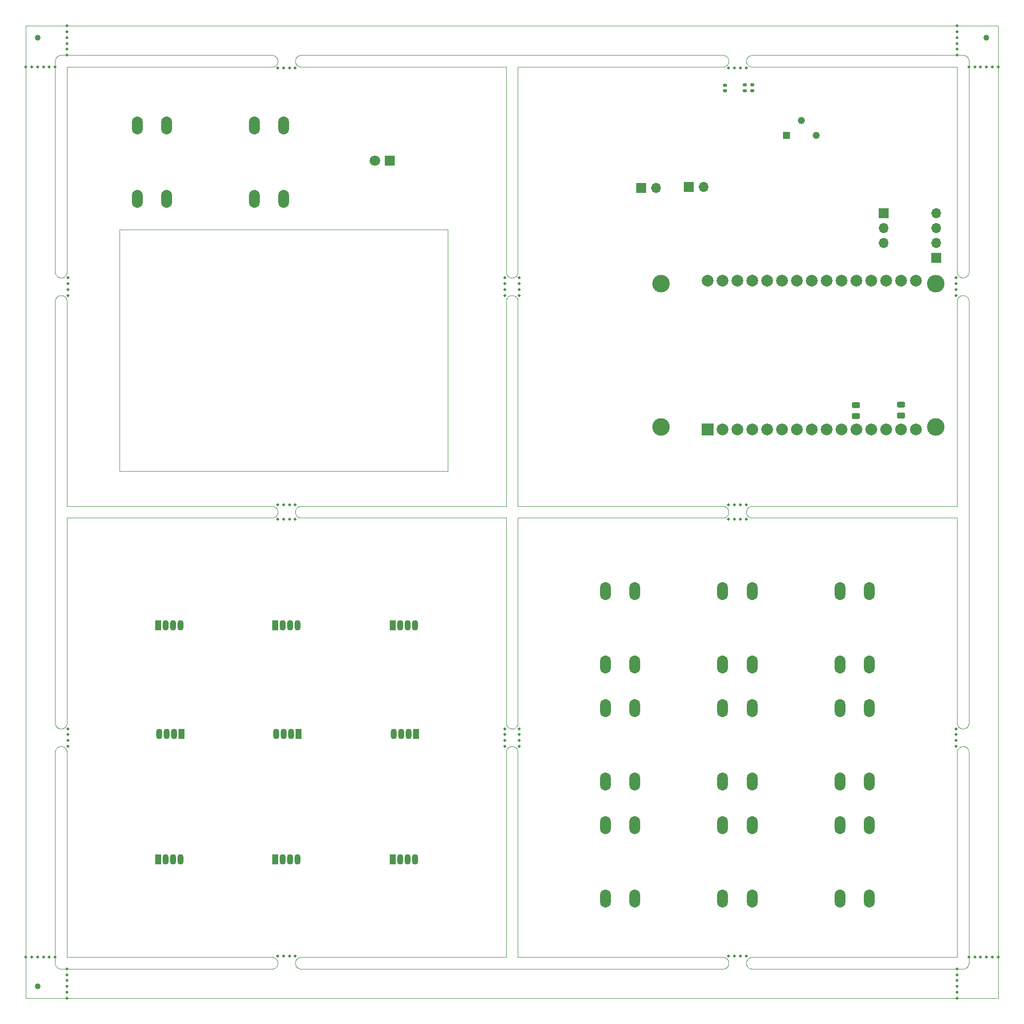
<source format=gbs>
G04 #@! TF.GenerationSoftware,KiCad,Pcbnew,7.0.5*
G04 #@! TF.CreationDate,2023-07-11T14:16:32+03:00*
G04 #@! TF.ProjectId,strange_games,73747261-6e67-4655-9f67-616d65732e6b,rev?*
G04 #@! TF.SameCoordinates,Original*
G04 #@! TF.FileFunction,Soldermask,Bot*
G04 #@! TF.FilePolarity,Negative*
%FSLAX46Y46*%
G04 Gerber Fmt 4.6, Leading zero omitted, Abs format (unit mm)*
G04 Created by KiCad (PCBNEW 7.0.5) date 2023-07-11 14:16:32*
%MOMM*%
%LPD*%
G01*
G04 APERTURE LIST*
G04 Aperture macros list*
%AMRoundRect*
0 Rectangle with rounded corners*
0 $1 Rounding radius*
0 $2 $3 $4 $5 $6 $7 $8 $9 X,Y pos of 4 corners*
0 Add a 4 corners polygon primitive as box body*
4,1,4,$2,$3,$4,$5,$6,$7,$8,$9,$2,$3,0*
0 Add four circle primitives for the rounded corners*
1,1,$1+$1,$2,$3*
1,1,$1+$1,$4,$5*
1,1,$1+$1,$6,$7*
1,1,$1+$1,$8,$9*
0 Add four rect primitives between the rounded corners*
20,1,$1+$1,$2,$3,$4,$5,0*
20,1,$1+$1,$4,$5,$6,$7,0*
20,1,$1+$1,$6,$7,$8,$9,0*
20,1,$1+$1,$8,$9,$2,$3,0*%
G04 Aperture macros list end*
%ADD10C,0.500000*%
%ADD11R,1.700000X1.700000*%
%ADD12O,1.700000X1.700000*%
%ADD13R,1.222000X1.222000*%
%ADD14C,1.222000*%
%ADD15C,3.000000*%
%ADD16R,2.000000X2.000000*%
%ADD17C,2.000000*%
%ADD18R,1.800000X1.800000*%
%ADD19C,1.800000*%
%ADD20RoundRect,0.243750X0.456250X-0.243750X0.456250X0.243750X-0.456250X0.243750X-0.456250X-0.243750X0*%
%ADD21O,1.850000X3.048000*%
%ADD22C,1.000000*%
%ADD23R,1.070000X1.800000*%
%ADD24O,1.070000X1.800000*%
%ADD25RoundRect,0.140000X-0.170000X0.140000X-0.170000X-0.140000X0.170000X-0.140000X0.170000X0.140000X0*%
%ADD26RoundRect,0.140000X0.170000X-0.140000X0.170000X0.140000X-0.170000X0.140000X-0.170000X-0.140000X0*%
G04 #@! TA.AperFunction,Profile*
%ADD27C,0.100000*%
G04 #@! TD*
G04 #@! TA.AperFunction,Profile*
%ADD28C,0.050000*%
G04 #@! TD*
G04 APERTURE END LIST*
D10*
X51000000Y-21000000D03*
X165000000Y-178800000D03*
X203000000Y-23000000D03*
X49000000Y-27000000D03*
X166000000Y-101800000D03*
X51000000Y-20000000D03*
X203000000Y-20000000D03*
X87000000Y-27200000D03*
D11*
X157150000Y-47500000D03*
D12*
X159690000Y-47500000D03*
D10*
X125800000Y-63000000D03*
X167000000Y-27200000D03*
X88000000Y-178800000D03*
X202800000Y-141000000D03*
X203000000Y-21000000D03*
X203000000Y-24000000D03*
X51000000Y-183000000D03*
X51200000Y-63000000D03*
X203000000Y-183000000D03*
X51000000Y-182000000D03*
X45000000Y-27000000D03*
X202800000Y-66000000D03*
D13*
X173854500Y-38700000D03*
D14*
X176394500Y-36160000D03*
X178934500Y-38700000D03*
D10*
X51000000Y-186000000D03*
X202800000Y-140000000D03*
X125800000Y-141000000D03*
X89000000Y-27200000D03*
X51200000Y-140000000D03*
X203000000Y-181000000D03*
X164000000Y-104200000D03*
X51200000Y-65000000D03*
X128200000Y-65000000D03*
D15*
X152420000Y-88480000D03*
X199370000Y-88480000D03*
X152420000Y-63970000D03*
X199370000Y-63970000D03*
D16*
X160380000Y-88900000D03*
D17*
X162920000Y-88900000D03*
X165460000Y-88900000D03*
X168000000Y-88900000D03*
X170540000Y-88900000D03*
X173080000Y-88900000D03*
X175620000Y-88900000D03*
X178160000Y-88900000D03*
X180700000Y-88900000D03*
X183240000Y-88900000D03*
X185780000Y-88900000D03*
X188320000Y-88900000D03*
X190860000Y-88900000D03*
X193400000Y-88900000D03*
X195940000Y-88900000D03*
X195940000Y-63500000D03*
X193400000Y-63500000D03*
X190860000Y-63500000D03*
X188320000Y-63500000D03*
X185780000Y-63500000D03*
X183240000Y-63500000D03*
X180700000Y-63500000D03*
X178160000Y-63500000D03*
X175620000Y-63500000D03*
X173080000Y-63500000D03*
X170540000Y-63500000D03*
X168000000Y-63500000D03*
X165460000Y-63500000D03*
X162920000Y-63500000D03*
X160380000Y-63500000D03*
D10*
X51200000Y-66000000D03*
X87000000Y-104200000D03*
X210000000Y-27000000D03*
X166000000Y-104200000D03*
X44000000Y-27000000D03*
X125800000Y-65000000D03*
X89000000Y-104200000D03*
X125800000Y-142000000D03*
X210000000Y-179000000D03*
X205000000Y-179000000D03*
X202800000Y-63000000D03*
X46000000Y-27000000D03*
X48000000Y-179000000D03*
X51000000Y-25000000D03*
X90000000Y-104200000D03*
X90000000Y-27200000D03*
D11*
X199465261Y-59600000D03*
D12*
X199465261Y-57060000D03*
X199465261Y-54520000D03*
X199465261Y-51980000D03*
D10*
X51200000Y-143000000D03*
X90000000Y-178800000D03*
X203000000Y-186000000D03*
X203000000Y-185000000D03*
X165000000Y-27200000D03*
X47000000Y-179000000D03*
X167000000Y-104200000D03*
X90000000Y-101800000D03*
X203000000Y-25000000D03*
X88000000Y-101800000D03*
X88000000Y-27200000D03*
X207000000Y-179000000D03*
X202800000Y-65000000D03*
X46000000Y-179000000D03*
X51200000Y-141000000D03*
X128200000Y-143000000D03*
X209000000Y-179000000D03*
X165000000Y-101800000D03*
X128200000Y-64000000D03*
X203000000Y-22000000D03*
X125800000Y-140000000D03*
X89000000Y-101800000D03*
X87000000Y-101800000D03*
X128200000Y-142000000D03*
X208000000Y-179000000D03*
X47000000Y-27000000D03*
X128200000Y-140000000D03*
X128200000Y-63000000D03*
X164000000Y-27200000D03*
X45000000Y-179000000D03*
X48000000Y-27000000D03*
X203000000Y-182000000D03*
X202800000Y-143000000D03*
X51000000Y-22000000D03*
D11*
X190500000Y-52000000D03*
D12*
X190500000Y-54540000D03*
X190500000Y-57080000D03*
D10*
X49000000Y-179000000D03*
X206000000Y-179000000D03*
X206000000Y-27000000D03*
X167000000Y-101800000D03*
X51000000Y-23000000D03*
X125800000Y-143000000D03*
X202800000Y-64000000D03*
X205000000Y-27000000D03*
X207000000Y-27000000D03*
X88000000Y-104200000D03*
X44000000Y-179000000D03*
D11*
X149100000Y-47660000D03*
D12*
X151640000Y-47660000D03*
D10*
X203000000Y-184000000D03*
X51000000Y-181000000D03*
X51000000Y-185000000D03*
X51000000Y-184000000D03*
X87000000Y-178800000D03*
X202800000Y-142000000D03*
X166000000Y-27200000D03*
X208000000Y-27000000D03*
X166000000Y-178800000D03*
X51200000Y-142000000D03*
X209000000Y-27000000D03*
X89000000Y-178800000D03*
X125800000Y-66000000D03*
X128200000Y-66000000D03*
X167000000Y-178800000D03*
X164000000Y-178800000D03*
X164000000Y-101800000D03*
X165000000Y-104200000D03*
X128200000Y-141000000D03*
X51000000Y-24000000D03*
X125800000Y-64000000D03*
X51200000Y-64000000D03*
D18*
X106123344Y-43000201D03*
D19*
X103583344Y-43000201D03*
D20*
X185748023Y-86609537D03*
X185748023Y-84734537D03*
D21*
X142987727Y-136500000D03*
X142987727Y-149000000D03*
X147987727Y-136500000D03*
X147987727Y-149000000D03*
X182987727Y-116500000D03*
X182987727Y-129000000D03*
X187987727Y-116500000D03*
X187987727Y-129000000D03*
D22*
X46000000Y-184000000D03*
D23*
X106619000Y-162307327D03*
D24*
X107889000Y-162307327D03*
X109159000Y-162307327D03*
X110429000Y-162307327D03*
D25*
X163350000Y-30102998D03*
X163350000Y-31062998D03*
D21*
X162987727Y-136500000D03*
X162987727Y-149000000D03*
X167987727Y-136500000D03*
X167987727Y-149000000D03*
X182987727Y-156500000D03*
X182987727Y-169000000D03*
X187987727Y-156500000D03*
X187987727Y-169000000D03*
D22*
X208000000Y-22000000D03*
D26*
X166750000Y-31032998D03*
X166750000Y-30072998D03*
D23*
X66619000Y-162307327D03*
D24*
X67889000Y-162307327D03*
X69159000Y-162307327D03*
X70429000Y-162307327D03*
D21*
X162987727Y-116500000D03*
X162987727Y-129000000D03*
X167987727Y-116500000D03*
X167987727Y-129000000D03*
D22*
X46000000Y-22000000D03*
D23*
X90589000Y-140877327D03*
D24*
X89319000Y-140877327D03*
X88049000Y-140877327D03*
X86779000Y-140877327D03*
D23*
X86619000Y-162307327D03*
D24*
X87889000Y-162307327D03*
X89159000Y-162307327D03*
X90429000Y-162307327D03*
D23*
X86619000Y-122307327D03*
D24*
X87889000Y-122307327D03*
X89159000Y-122307327D03*
X90429000Y-122307327D03*
D26*
X168000000Y-31032998D03*
X168000000Y-30072998D03*
D21*
X162987727Y-156500000D03*
X162987727Y-169000000D03*
X167987727Y-156500000D03*
X167987727Y-169000000D03*
D23*
X66619000Y-122307327D03*
D24*
X67889000Y-122307327D03*
X69159000Y-122307327D03*
X70429000Y-122307327D03*
D23*
X70589000Y-140877327D03*
D24*
X69319000Y-140877327D03*
X68049000Y-140877327D03*
X66779000Y-140877327D03*
D21*
X83008344Y-37000201D03*
X83008344Y-49500201D03*
X88008344Y-37000201D03*
X88008344Y-49500201D03*
X142987727Y-116500000D03*
X142987727Y-129000000D03*
X147987727Y-116500000D03*
X147987727Y-129000000D03*
X63008344Y-37000201D03*
X63008344Y-49500201D03*
X68008344Y-37000201D03*
X68008344Y-49500201D03*
D23*
X110589000Y-140877327D03*
D24*
X109319000Y-140877327D03*
X108049000Y-140877327D03*
X106779000Y-140877327D03*
D23*
X106619000Y-122307327D03*
D24*
X107889000Y-122307327D03*
X109159000Y-122307327D03*
X110429000Y-122307327D03*
D20*
X193398023Y-86559537D03*
X193398023Y-84684537D03*
D21*
X142987727Y-156500000D03*
X142987727Y-169000000D03*
X147987727Y-156500000D03*
X147987727Y-169000000D03*
X182987727Y-136500000D03*
X182987727Y-149000000D03*
X187987727Y-136500000D03*
X187987727Y-149000000D03*
D27*
X204883099Y-25523318D02*
X204904946Y-25566721D01*
X125993082Y-104000559D02*
X125992612Y-104000416D01*
X163957368Y-25702619D02*
X163970328Y-25749450D01*
X204476681Y-25116900D02*
X204518960Y-25140851D01*
X49892963Y-25004770D02*
X49941423Y-25001195D01*
X204107036Y-139995229D02*
X204058576Y-139998804D01*
X49892963Y-139995229D02*
X49844737Y-139989281D01*
X86833152Y-25439987D02*
X86859148Y-25481039D01*
X49256460Y-62674841D02*
X49224721Y-62638047D01*
X126095053Y-143566721D02*
X126116900Y-143523318D01*
X44000000Y-20012272D02*
X44000000Y-185987727D01*
X86924637Y-180388855D02*
X86904946Y-180433278D01*
X86710033Y-25289966D02*
X86743539Y-25325158D01*
X128009318Y-101999918D02*
X128009809Y-101999942D01*
X44001122Y-20005558D02*
X44000912Y-20006002D01*
X125998121Y-27004296D02*
X125997829Y-27003902D01*
X128006917Y-178999440D02*
X128007387Y-178999583D01*
X203523318Y-143116900D02*
X203566721Y-143095053D01*
X128009809Y-27000057D02*
X128009318Y-27000081D01*
X86297380Y-179042631D02*
X86343519Y-179057874D01*
X86433278Y-102095053D02*
X86476681Y-102116900D01*
X167095053Y-179566721D02*
X167116900Y-179523318D01*
X167566721Y-180904946D02*
X167523318Y-180883099D01*
X203400259Y-66194826D02*
X203439987Y-66166847D01*
X202997517Y-104003522D02*
X202997188Y-104003159D01*
X86942125Y-26343519D02*
X86924637Y-26388855D01*
X202993997Y-27000912D02*
X202993544Y-27000724D01*
X128000297Y-178992136D02*
X128000416Y-178992612D01*
X203194826Y-62599740D02*
X203166847Y-62560012D01*
X50388855Y-139924637D02*
X50343519Y-139942125D01*
X125998646Y-104005125D02*
X125998394Y-104004704D01*
X167400259Y-179194826D02*
X167439987Y-179166847D01*
X51000297Y-104007863D02*
X51000201Y-104008344D01*
X204970328Y-143749450D02*
X204980974Y-143796861D01*
X86833152Y-102439987D02*
X86859148Y-102481039D01*
X90000000Y-180009877D02*
X90000000Y-179990122D01*
X126010718Y-66844737D02*
X126019025Y-66796861D01*
X127107036Y-62995229D02*
X127058576Y-62998804D01*
X204674841Y-139743539D02*
X204638047Y-139775278D01*
X44006917Y-20000559D02*
X44006455Y-20000724D01*
X202999087Y-104006002D02*
X202998877Y-104005558D01*
X49439987Y-180833152D02*
X49400259Y-180805173D01*
X50058576Y-139998804D02*
X50009877Y-140000000D01*
X203361952Y-139775278D02*
X203325158Y-139743539D01*
X51006002Y-101999087D02*
X51006455Y-101999275D01*
X90481039Y-103859148D02*
X90439987Y-103833152D01*
X50833152Y-139560012D02*
X50805173Y-139599740D01*
X204805173Y-180599740D02*
X204775278Y-180638047D01*
X202997517Y-101996477D02*
X202997829Y-101996097D01*
X128000912Y-178993997D02*
X128001122Y-178994441D01*
X90010718Y-25844737D02*
X90019025Y-25796861D01*
X126224721Y-62638047D02*
X126194826Y-62599740D01*
X163883099Y-25523318D02*
X163904946Y-25566721D01*
X204710033Y-66289966D02*
X204743539Y-66325158D01*
X90004770Y-26107036D02*
X90001195Y-26058576D01*
X204710033Y-139710033D02*
X204674841Y-139743539D01*
X202994441Y-101998877D02*
X202994874Y-101998646D01*
X163833152Y-26560012D02*
X163805173Y-26599740D01*
X167010718Y-180155262D02*
X167004770Y-180107036D01*
X204833152Y-62560012D02*
X204805173Y-62599740D01*
X164000000Y-179990122D02*
X164000000Y-180009877D01*
X90749450Y-102029671D02*
X90796861Y-102019025D01*
X126166847Y-139560012D02*
X126140851Y-139518960D01*
X202999798Y-104008344D02*
X202999702Y-104007863D01*
X204998804Y-25941423D02*
X205000000Y-25990122D01*
X125999996Y-101987972D02*
X126000000Y-101987727D01*
X49140851Y-180518960D02*
X49116900Y-180476681D01*
X127989281Y-62155262D02*
X127980974Y-62203138D01*
X163009877Y-179000000D02*
X163058576Y-179001195D01*
X204297380Y-62957368D02*
X204250549Y-62970328D01*
X50388855Y-62924637D02*
X50343519Y-62942125D01*
X163388855Y-180924637D02*
X163343519Y-180942125D01*
X86638047Y-102224721D02*
X86674841Y-102256460D01*
X204980974Y-139203138D02*
X204970328Y-139250549D01*
X51000416Y-178992612D02*
X51000559Y-178993082D01*
X204995229Y-66892963D02*
X204998804Y-66941423D01*
X202994441Y-27001122D02*
X202993997Y-27000912D01*
X204995229Y-139107036D02*
X204989281Y-139155262D01*
X167224721Y-179361952D02*
X167256460Y-179325158D01*
X49656480Y-25057874D02*
X49702619Y-25042631D01*
X44000000Y-185987727D02*
X44000003Y-185987972D01*
X90892963Y-179004770D02*
X90941423Y-179001195D01*
X209991169Y-20000129D02*
X209990681Y-20000081D01*
X127343519Y-66057874D02*
X127388855Y-66075362D01*
X126523318Y-66116900D02*
X126566721Y-66095053D01*
X50476681Y-62883099D02*
X50433278Y-62904946D01*
X128000724Y-104006455D02*
X128000559Y-104006917D01*
X204998804Y-143941423D02*
X205000000Y-143990122D01*
X127942125Y-66656480D02*
X127957368Y-66702619D01*
X163743539Y-179325158D02*
X163775278Y-179361952D01*
X203010718Y-143844737D02*
X203019025Y-143796861D01*
X203325158Y-66256460D02*
X203361952Y-66224721D01*
X49289966Y-66289966D02*
X49325158Y-66256460D01*
X50009877Y-66000000D02*
X50058576Y-66001195D01*
X126990122Y-143000000D02*
X127009877Y-143000000D01*
X86743539Y-26674841D02*
X86710033Y-26710033D01*
X49057874Y-139343519D02*
X49042631Y-139297380D01*
X51000081Y-27009318D02*
X51000057Y-27009809D01*
X125998646Y-101994874D02*
X125998877Y-101994441D01*
X90656480Y-179057874D02*
X90702619Y-179042631D01*
X86560012Y-25166847D02*
X86599740Y-25194826D01*
X204743539Y-143325158D02*
X204775278Y-143361952D01*
X163638047Y-103775278D02*
X163599740Y-103805173D01*
X128000003Y-27012027D02*
X128000000Y-27012272D01*
X204343519Y-139942125D02*
X204297380Y-139957368D01*
X90057874Y-25656480D02*
X90075362Y-25611144D01*
X49224721Y-62638047D02*
X49194826Y-62599740D01*
X51000000Y-178987727D02*
X51000003Y-178987972D01*
X204599740Y-139805173D02*
X204560012Y-139833152D01*
X125993544Y-104000724D02*
X125993082Y-104000559D01*
X128000081Y-27009318D02*
X128000057Y-27009809D01*
X49256460Y-66325158D02*
X49289966Y-66289966D01*
X90749450Y-180970328D02*
X90702619Y-180957368D01*
X203000000Y-66990122D02*
X203001195Y-66941423D01*
X203095053Y-62433278D02*
X203075362Y-62388855D01*
X90656480Y-25057874D02*
X90702619Y-25042631D01*
X86297380Y-102042631D02*
X86343519Y-102057874D01*
X167749450Y-26970328D02*
X167702619Y-26957368D01*
X90656480Y-26942125D02*
X90611144Y-26924637D01*
X125994441Y-178998877D02*
X125994874Y-178998646D01*
X204833152Y-180560012D02*
X204805173Y-180599740D01*
X51000003Y-101987972D02*
X51000057Y-101990190D01*
X125998121Y-101995703D02*
X125998394Y-101995295D01*
X163998804Y-102941423D02*
X164000000Y-102990122D01*
X50957368Y-143702619D02*
X50970328Y-143749450D01*
X167566721Y-25095053D02*
X167611144Y-25075362D01*
X86998804Y-26058576D02*
X86995229Y-26107036D01*
X49194826Y-143400259D02*
X49224721Y-143361952D01*
X202990681Y-101999918D02*
X202991169Y-101999870D01*
X163775278Y-102361952D02*
X163805173Y-102400259D01*
X44009809Y-20000057D02*
X44009318Y-20000081D01*
X50638047Y-143224721D02*
X50674841Y-143256460D01*
X87000000Y-26009877D02*
X86998804Y-26058576D01*
X51000129Y-178991169D02*
X51000201Y-178991655D01*
X202993997Y-104000912D02*
X202993544Y-104000724D01*
X163989281Y-102844737D02*
X163995229Y-102892963D01*
X163995229Y-179892963D02*
X163998804Y-179941423D01*
X126990122Y-63000000D02*
X126941423Y-62998804D01*
X204989281Y-143844737D02*
X204995229Y-143892963D01*
X125990190Y-101999942D02*
X125990681Y-101999918D01*
X127904946Y-143566721D02*
X127924637Y-143611144D01*
X86433278Y-103904946D02*
X86388855Y-103924637D01*
X50433278Y-143095053D02*
X50476681Y-143116900D01*
X204058576Y-66001195D02*
X204107036Y-66004770D01*
X204833152Y-139560012D02*
X204805173Y-139599740D01*
X49166847Y-139560012D02*
X49140851Y-139518960D01*
X86743539Y-103674841D02*
X86710033Y-103710033D01*
X51000201Y-178991655D02*
X51000297Y-178992136D01*
X127710033Y-66289966D02*
X127743539Y-66325158D01*
X167140851Y-25481039D02*
X167166847Y-25439987D01*
X51005125Y-101998646D02*
X51005558Y-101998877D01*
X128004296Y-101998121D02*
X128004704Y-101998394D01*
X126019025Y-143796861D02*
X126029671Y-143749450D01*
X202991169Y-101999870D02*
X202991655Y-101999798D01*
X167361952Y-25224721D02*
X167400259Y-25194826D01*
X49941423Y-25001195D02*
X49990122Y-25000000D01*
X50805173Y-62599740D02*
X50775278Y-62638047D01*
X126075362Y-143611144D02*
X126095053Y-143566721D01*
X90224721Y-180638047D02*
X90194826Y-180599740D01*
X202999440Y-178993082D02*
X202999583Y-178992612D01*
X125999702Y-104007863D02*
X125999583Y-104007387D01*
X164000000Y-102990122D02*
X164000000Y-103009877D01*
X125987972Y-27000003D02*
X125987727Y-27000000D01*
X202990681Y-178999918D02*
X202991169Y-178999870D01*
X163775278Y-25361952D02*
X163805173Y-25400259D01*
X51004704Y-101998394D02*
X51005125Y-101998646D01*
X202997829Y-104003902D02*
X202997517Y-104003522D01*
X44009318Y-20000081D02*
X44008830Y-20000129D01*
X127805173Y-143400259D02*
X127833152Y-143439987D01*
X202987972Y-104000003D02*
X202987727Y-104000000D01*
X202998646Y-27005125D02*
X202998394Y-27004704D01*
X202999702Y-27007863D02*
X202999583Y-27007387D01*
X90224721Y-102361952D02*
X90256460Y-102325158D01*
X167749450Y-25029671D02*
X167796861Y-25019025D01*
X202995295Y-101998394D02*
X202995703Y-101998121D01*
X128008830Y-104000129D02*
X128008344Y-104000201D01*
X202999870Y-104008830D02*
X202999798Y-104008344D01*
X167057874Y-102656480D02*
X167075362Y-102611144D01*
X126566721Y-62904946D02*
X126523318Y-62883099D01*
X49224721Y-143361952D02*
X49256460Y-143325158D01*
X125999440Y-101993082D02*
X125999583Y-101992612D01*
X49057874Y-66656480D02*
X49075362Y-66611144D01*
X86388855Y-25075362D02*
X86433278Y-25095053D01*
X204980974Y-66796861D02*
X204989281Y-66844737D01*
X163058576Y-179001195D02*
X163107036Y-179004770D01*
X128001878Y-178995703D02*
X128002170Y-178996097D01*
X50250549Y-143029671D02*
X50297380Y-143042631D01*
X49990122Y-143000000D02*
X50009877Y-143000000D01*
X126566721Y-66095053D02*
X126611144Y-66075362D01*
X44003159Y-20002811D02*
X44002811Y-20003159D01*
X125993997Y-27000912D02*
X125993544Y-27000724D01*
X90166847Y-103560012D02*
X90140851Y-103518960D01*
X50638047Y-62775278D02*
X50599740Y-62805173D01*
X202999942Y-27009809D02*
X202999918Y-27009318D01*
X126057874Y-139343519D02*
X126042631Y-139297380D01*
X127476681Y-62883099D02*
X127433278Y-62904946D01*
X128000201Y-178991655D02*
X128000297Y-178992136D01*
X90194826Y-180599740D02*
X90166847Y-180560012D01*
X204998804Y-62058576D02*
X204995229Y-62107036D01*
X125995295Y-101998394D02*
X125995703Y-101998121D01*
X50674841Y-62743539D02*
X50638047Y-62775278D01*
X127859148Y-62518960D02*
X127833152Y-62560012D01*
X127998804Y-139058576D02*
X127995229Y-139107036D01*
X202996840Y-178997188D02*
X202997188Y-178996840D01*
X50250549Y-139970328D02*
X50203138Y-139980974D01*
X51009318Y-101999918D02*
X51009809Y-101999942D01*
X49656480Y-143057874D02*
X49702619Y-143042631D01*
X204743539Y-66325158D02*
X204775278Y-66361952D01*
X90001195Y-26058576D02*
X90000000Y-26009877D01*
X167000000Y-179990122D02*
X167001195Y-179941423D01*
X49796861Y-139980974D02*
X49749450Y-139970328D01*
X204388855Y-62924637D02*
X204343519Y-62942125D01*
X86638047Y-25224721D02*
X86674841Y-25256460D01*
X167702619Y-25042631D02*
X167749450Y-25029671D01*
X203042631Y-62297380D02*
X203029671Y-62250549D01*
X163250549Y-102029671D02*
X163297380Y-102042631D01*
X126095053Y-62433278D02*
X126075362Y-62388855D01*
X204155262Y-180989281D02*
X204107036Y-180995229D01*
X90289966Y-26710033D02*
X90256460Y-26674841D01*
X125992136Y-101999702D02*
X125992612Y-101999583D01*
X51000416Y-27007387D02*
X51000297Y-27007863D01*
X203844737Y-66010718D02*
X203892963Y-66004770D01*
X204155262Y-139989281D02*
X204107036Y-139995229D01*
X209998121Y-20004296D02*
X209997829Y-20003902D01*
X51009318Y-104000081D02*
X51008830Y-104000129D01*
X49400259Y-143194826D02*
X49439987Y-143166847D01*
X90019025Y-179796861D02*
X90029671Y-179749450D01*
X90004770Y-102892963D02*
X90010718Y-102844737D01*
X205000000Y-180009877D02*
X204998804Y-180058576D01*
X90194826Y-103599740D02*
X90166847Y-103560012D01*
X90611144Y-26924637D02*
X90566721Y-26904946D01*
X202991655Y-178999798D02*
X202992136Y-178999702D01*
X204009877Y-181000000D02*
X167990122Y-181000000D01*
X86388855Y-102075362D02*
X86433278Y-102095053D01*
X86518960Y-179140851D02*
X86560012Y-179166847D01*
X86009877Y-102000000D02*
X86058576Y-102001195D01*
X204433278Y-139904946D02*
X204388855Y-139924637D01*
X167439987Y-103833152D02*
X167400259Y-103805173D01*
X204638047Y-139775278D02*
X204599740Y-139805173D01*
X51000000Y-27012272D02*
X51000000Y-62009877D01*
X202996097Y-104002170D02*
X202995703Y-104001878D01*
X51006002Y-27000912D02*
X51005558Y-27001122D01*
X44001353Y-185994874D02*
X44001605Y-185995295D01*
X209997829Y-185996097D02*
X209998121Y-185995703D01*
X49010718Y-62155262D02*
X49004770Y-62107036D01*
X203481039Y-62859148D02*
X203439987Y-62833152D01*
X86250549Y-179029671D02*
X86297380Y-179042631D01*
X167400259Y-103805173D02*
X167361952Y-103775278D01*
X86833152Y-103560012D02*
X86805173Y-103599740D01*
X51001878Y-101995703D02*
X51002170Y-101996097D01*
X128000201Y-27008344D02*
X128000129Y-27008830D01*
X126194826Y-62599740D02*
X126166847Y-62560012D01*
X86710033Y-180710033D02*
X86674841Y-180743539D01*
X203166847Y-66439987D02*
X203194826Y-66400259D01*
X202996097Y-101997829D02*
X202996477Y-101997517D01*
X86599740Y-102194826D02*
X86638047Y-102224721D01*
X128000912Y-104006002D02*
X128000724Y-104006455D01*
X163599740Y-179194826D02*
X163638047Y-179224721D01*
X127638047Y-143224721D02*
X127674841Y-143256460D01*
X126361952Y-66224721D02*
X126400259Y-66194826D01*
X51000724Y-101993544D02*
X51000912Y-101993997D01*
X204989281Y-66844737D02*
X204995229Y-66892963D01*
X44000297Y-20007863D02*
X44000201Y-20008344D01*
X163989281Y-180155262D02*
X163980974Y-180203138D01*
X163989281Y-103155262D02*
X163980974Y-103203138D01*
X163805173Y-25400259D02*
X163833152Y-25439987D01*
X202996477Y-178997517D02*
X202996840Y-178997188D01*
X202987727Y-104000000D02*
X167990122Y-104000000D01*
X90566721Y-102095053D02*
X90611144Y-102075362D01*
X204743539Y-25325158D02*
X204775278Y-25361952D01*
X86743539Y-180674841D02*
X86710033Y-180710033D01*
X203001195Y-139058576D02*
X203000000Y-139009877D01*
X128000057Y-27009809D02*
X128000003Y-27012027D01*
X50009877Y-63000000D02*
X49990122Y-63000000D01*
X126075362Y-66611144D02*
X126095053Y-66566721D01*
X50995229Y-143892963D02*
X50998804Y-143941423D01*
X163433278Y-179095053D02*
X163476681Y-179116900D01*
X44008830Y-185999870D02*
X44009318Y-185999918D01*
X209997829Y-20003902D02*
X209997517Y-20003522D01*
X90042631Y-25702619D02*
X90057874Y-25656480D01*
X126289966Y-143289966D02*
X126325158Y-143256460D01*
X44005558Y-185998877D02*
X44006002Y-185999087D01*
X163560012Y-26833152D02*
X163518960Y-26859148D01*
X204980974Y-143796861D02*
X204989281Y-143844737D01*
X128004296Y-27001878D02*
X128003902Y-27002170D01*
X128000003Y-178987972D02*
X128000057Y-178990190D01*
X90611144Y-102075362D02*
X90656480Y-102057874D01*
X90194826Y-25400259D02*
X90224721Y-25361952D01*
X50883099Y-66523318D02*
X50904946Y-66566721D01*
X203289966Y-62710033D02*
X203256460Y-62674841D01*
X126001195Y-66941423D02*
X126004770Y-66892963D01*
X209993544Y-20000724D02*
X209993082Y-20000559D01*
X126566721Y-143095053D02*
X126611144Y-143075362D01*
X49400259Y-66194826D02*
X49439987Y-66166847D01*
X51000057Y-178990190D02*
X51000081Y-178990681D01*
X49523318Y-25116900D02*
X49566721Y-25095053D01*
X127560012Y-143166847D02*
X127599740Y-143194826D01*
X86805173Y-103599740D02*
X86775278Y-103638047D01*
X90844737Y-25010718D02*
X90892963Y-25004770D01*
X204710033Y-180710033D02*
X204674841Y-180743539D01*
X127674841Y-143256460D02*
X127710033Y-143289966D01*
X167095053Y-26433278D02*
X167075362Y-26388855D01*
X209999918Y-20009318D02*
X209999870Y-20008830D01*
X204989281Y-139155262D02*
X204980974Y-139203138D01*
X126656480Y-139942125D02*
X126611144Y-139924637D01*
X203439987Y-62833152D02*
X203400259Y-62805173D01*
X125999275Y-27006455D02*
X125999087Y-27006002D01*
X125990190Y-104000057D02*
X125987972Y-104000003D01*
X128004704Y-27001605D02*
X128004296Y-27001878D01*
X51006917Y-104000559D02*
X51006455Y-104000724D01*
X86476681Y-180883099D02*
X86433278Y-180904946D01*
X167004770Y-179892963D02*
X167010718Y-179844737D01*
X125994874Y-27001353D02*
X125994441Y-27001122D01*
X167194826Y-180599740D02*
X167166847Y-180560012D01*
X209993082Y-20000559D02*
X209992612Y-20000416D01*
X44000081Y-20009318D02*
X44000057Y-20009809D01*
X125999440Y-27006917D02*
X125999275Y-27006455D01*
X128003159Y-27002811D02*
X128002811Y-27003159D01*
X126611144Y-66075362D02*
X126656480Y-66057874D01*
X90361952Y-25224721D02*
X90400259Y-25194826D01*
X128000297Y-27007863D02*
X128000201Y-27008344D01*
X90400259Y-180805173D02*
X90361952Y-180775278D01*
X163250549Y-180970328D02*
X163203138Y-180980974D01*
X128005125Y-104001353D02*
X128004704Y-104001605D01*
X51002482Y-178996477D02*
X51002811Y-178996840D01*
X204388855Y-180924637D02*
X204343519Y-180942125D01*
X51009318Y-27000081D02*
X51008830Y-27000129D01*
X49256460Y-143325158D02*
X49289966Y-143289966D01*
X86998804Y-25941423D02*
X87000000Y-25990122D01*
X49749450Y-139970328D02*
X49702619Y-139957368D01*
X51006917Y-27000559D02*
X51006455Y-27000724D01*
X49019025Y-66796861D02*
X49029671Y-66749450D01*
X163343519Y-179057874D02*
X163388855Y-179075362D01*
X51004296Y-101998121D02*
X51004704Y-101998394D01*
X167140851Y-26518960D02*
X167116900Y-26476681D01*
X125991169Y-104000129D02*
X125990681Y-104000081D01*
X90140851Y-26518960D02*
X90116900Y-26476681D01*
X90325158Y-102256460D02*
X90361952Y-102224721D01*
X44007863Y-20000297D02*
X44007387Y-20000416D01*
X51000129Y-27008830D02*
X51000081Y-27009318D01*
X204904946Y-62433278D02*
X204883099Y-62476681D01*
X167140851Y-180518960D02*
X167116900Y-180476681D01*
X128001605Y-101995295D02*
X128001878Y-101995703D01*
X205000000Y-66990122D02*
X205000000Y-139009877D01*
X202995295Y-178998394D02*
X202995703Y-178998121D01*
X51009809Y-178999942D02*
X51012027Y-178999996D01*
X49194826Y-180599740D02*
X49166847Y-180560012D01*
X49844737Y-139989281D02*
X49796861Y-139980974D01*
X49941423Y-66001195D02*
X49990122Y-66000000D01*
X126481039Y-143140851D02*
X126523318Y-143116900D01*
X51001605Y-27004704D02*
X51001353Y-27005125D01*
X204297380Y-25042631D02*
X204343519Y-25057874D01*
X128000000Y-139009877D02*
X127998804Y-139058576D01*
X50710033Y-143289966D02*
X50743539Y-143325158D01*
X203702619Y-143042631D02*
X203749450Y-143029671D01*
X125987972Y-104000003D02*
X125987727Y-104000000D01*
X167611144Y-103924637D02*
X167566721Y-103904946D01*
D28*
X60007268Y-54750201D02*
X116007268Y-54750201D01*
X116007268Y-96000201D01*
X60007268Y-96000201D01*
X60007268Y-54750201D01*
D27*
X50743539Y-143325158D02*
X50775278Y-143361952D01*
X126166847Y-62560012D02*
X126140851Y-62518960D01*
X49481039Y-62859148D02*
X49439987Y-62833152D01*
X86805173Y-102400259D02*
X86833152Y-102439987D01*
X204805173Y-62599740D02*
X204775278Y-62638047D01*
X204924637Y-143611144D02*
X204942125Y-143656480D01*
X86674841Y-25256460D02*
X86710033Y-25289966D01*
X86203138Y-25019025D02*
X86250549Y-25029671D01*
X44004704Y-20001605D02*
X44004296Y-20001878D01*
X126256460Y-66325158D02*
X126289966Y-66289966D01*
X163710033Y-180710033D02*
X163674841Y-180743539D01*
X44003902Y-20002170D02*
X44003522Y-20002482D01*
X202992612Y-178999583D02*
X202993082Y-178999440D01*
X51008344Y-27000201D02*
X51007863Y-27000297D01*
X51000057Y-101990190D02*
X51000081Y-101990681D01*
X51000003Y-104012027D02*
X51000000Y-104012272D01*
X90166847Y-180560012D02*
X90140851Y-180518960D01*
X204805173Y-139599740D02*
X204775278Y-139638047D01*
X128000416Y-104007387D02*
X128000297Y-104007863D01*
X203010718Y-139155262D02*
X203004770Y-139107036D01*
X86433278Y-179095053D02*
X86476681Y-179116900D01*
X90749450Y-26970328D02*
X90702619Y-26957368D01*
X128000724Y-178993544D02*
X128000912Y-178993997D01*
X125992612Y-101999583D02*
X125993082Y-101999440D01*
X51007863Y-101999702D02*
X51008344Y-101999798D01*
X167892963Y-103995229D02*
X167844737Y-103989281D01*
X86058576Y-26998804D02*
X86009877Y-27000000D01*
X163560012Y-103833152D02*
X163518960Y-103859148D01*
X163560012Y-180833152D02*
X163518960Y-180859148D01*
X50980974Y-139203138D02*
X50970328Y-139250549D01*
X128004296Y-104001878D02*
X128003902Y-104002170D01*
X90990122Y-181000000D02*
X90941423Y-180998804D01*
X50980974Y-66796861D02*
X50989281Y-66844737D01*
X202998121Y-27004296D02*
X202997829Y-27003902D01*
X49481039Y-25140851D02*
X49523318Y-25116900D01*
X202999798Y-27008344D02*
X202999702Y-27007863D01*
X126892963Y-139995229D02*
X126844737Y-139989281D01*
X50560012Y-62833152D02*
X50518960Y-62859148D01*
X90439987Y-26833152D02*
X90400259Y-26805173D01*
X90523318Y-25116900D02*
X90566721Y-25095053D01*
X50942125Y-143656480D02*
X50957368Y-143702619D01*
X86942125Y-180343519D02*
X86924637Y-180388855D01*
X128000416Y-178992612D02*
X128000559Y-178993082D01*
X203256460Y-66325158D02*
X203289966Y-66289966D01*
X90289966Y-25289966D02*
X90325158Y-25256460D01*
X167075362Y-25611144D02*
X167095053Y-25566721D01*
X163775278Y-180638047D02*
X163743539Y-180674841D01*
X90029671Y-180250549D02*
X90019025Y-180203138D01*
X49029671Y-180250549D02*
X49019025Y-180203138D01*
X90042631Y-180297380D02*
X90029671Y-180250549D01*
X50250549Y-62970328D02*
X50203138Y-62980974D01*
X90075362Y-102611144D02*
X90095053Y-102566721D01*
X163942125Y-103343519D02*
X163924637Y-103388855D01*
X44012272Y-186000000D02*
X209987727Y-186000000D01*
X90361952Y-179224721D02*
X90400259Y-179194826D01*
X90611144Y-25075362D02*
X90656480Y-25057874D01*
X51000201Y-27008344D02*
X51000129Y-27008830D01*
X125987727Y-179000000D02*
X125987972Y-178999996D01*
X128002811Y-27003159D02*
X128002482Y-27003522D01*
X125993082Y-27000559D02*
X125992612Y-27000416D01*
X90844737Y-103989281D02*
X90796861Y-103980974D01*
X204599740Y-62805173D02*
X204560012Y-62833152D01*
X126361952Y-139775278D02*
X126325158Y-139743539D01*
X86942125Y-102656480D02*
X86957368Y-102702619D01*
X126439987Y-66166847D02*
X126481039Y-66140851D01*
X204560012Y-62833152D02*
X204518960Y-62859148D01*
X204638047Y-62775278D02*
X204599740Y-62805173D01*
X128008344Y-27000201D02*
X128007863Y-27000297D01*
X125997829Y-101996097D02*
X125998121Y-101995703D01*
X167400259Y-102194826D02*
X167439987Y-102166847D01*
X163833152Y-102439987D02*
X163859148Y-102481039D01*
X127989281Y-143844737D02*
X127995229Y-143892963D01*
X203019025Y-143796861D02*
X203029671Y-143749450D01*
X90042631Y-179702619D02*
X90057874Y-179656480D01*
X51006455Y-101999275D02*
X51006917Y-101999440D01*
X90095053Y-103433278D02*
X90075362Y-103388855D01*
X128003159Y-104002811D02*
X128002811Y-104003159D01*
X128003902Y-104002170D02*
X128003522Y-104002482D01*
X49749450Y-25029671D02*
X49796861Y-25019025D01*
X49116900Y-180476681D02*
X49095053Y-180433278D01*
X209997517Y-20003522D02*
X209997188Y-20003159D01*
X204710033Y-62710033D02*
X204674841Y-62743539D01*
X86433278Y-25095053D02*
X86476681Y-25116900D01*
X125993997Y-104000912D02*
X125993544Y-104000724D01*
X126001195Y-62058576D02*
X126000000Y-62009877D01*
X128002170Y-178996097D02*
X128002482Y-178996477D01*
X90439987Y-103833152D02*
X90400259Y-103805173D01*
X50433278Y-66095053D02*
X50476681Y-66116900D01*
X86805173Y-180599740D02*
X86775278Y-180638047D01*
X167289966Y-103710033D02*
X167256460Y-103674841D01*
X209997188Y-185996840D02*
X209997517Y-185996477D01*
X50638047Y-66224721D02*
X50674841Y-66256460D01*
X163058576Y-26998804D02*
X163009877Y-27000000D01*
X202997188Y-27003159D02*
X202996840Y-27002811D01*
X163343519Y-26942125D02*
X163297380Y-26957368D01*
X50942125Y-62343519D02*
X50924637Y-62388855D01*
X167523318Y-25116900D02*
X167566721Y-25095053D01*
X203439987Y-139833152D02*
X203400259Y-139805173D01*
X167439987Y-180833152D02*
X167400259Y-180805173D01*
X127638047Y-62775278D02*
X127599740Y-62805173D01*
X167010718Y-25844737D02*
X167019025Y-25796861D01*
X51000724Y-104006455D02*
X51000559Y-104006917D01*
X126166847Y-143439987D02*
X126194826Y-143400259D01*
X127924637Y-62388855D02*
X127904946Y-62433278D01*
X86970328Y-102749450D02*
X86980974Y-102796861D01*
X163998804Y-25941423D02*
X164000000Y-25990122D01*
X49796861Y-25019025D02*
X49844737Y-25010718D01*
X86518960Y-103859148D02*
X86476681Y-103883099D01*
X90000000Y-102990122D02*
X90001195Y-102941423D01*
X167289966Y-25289966D02*
X167325158Y-25256460D01*
X202997829Y-27003902D02*
X202997517Y-27003522D01*
X202999870Y-27008830D02*
X202999798Y-27008344D01*
X125995703Y-104001878D02*
X125995295Y-104001605D01*
X167892963Y-25004770D02*
X167941423Y-25001195D01*
X204957368Y-62297380D02*
X204942125Y-62343519D01*
X163638047Y-179224721D02*
X163674841Y-179256460D01*
X167000000Y-103009877D02*
X167000000Y-102990122D01*
X203990122Y-63000000D02*
X203941423Y-62998804D01*
X163942125Y-102656480D02*
X163957368Y-102702619D01*
X204058576Y-139998804D02*
X204009877Y-140000000D01*
X167523318Y-179116900D02*
X167566721Y-179095053D01*
X167019025Y-25796861D02*
X167029671Y-25749450D01*
X202999440Y-104006917D02*
X202999275Y-104006455D01*
X203941423Y-66001195D02*
X203990122Y-66000000D01*
X203075362Y-62388855D02*
X203057874Y-62343519D01*
X204388855Y-66075362D02*
X204433278Y-66095053D01*
X202991655Y-27000201D02*
X202991169Y-27000129D01*
X167057874Y-103343519D02*
X167042631Y-103297380D01*
X86859148Y-179481039D02*
X86883099Y-179523318D01*
X128005125Y-101998646D02*
X128005558Y-101998877D01*
X86203138Y-179019025D02*
X86250549Y-179029671D01*
X209990681Y-20000081D02*
X209990190Y-20000057D01*
X209995703Y-20001878D02*
X209995295Y-20001605D01*
X127859148Y-139518960D02*
X127833152Y-139560012D01*
X163904946Y-103433278D02*
X163883099Y-103476681D01*
X127518960Y-62859148D02*
X127476681Y-62883099D01*
X127775278Y-139638047D02*
X127743539Y-139674841D01*
X204883099Y-62476681D02*
X204859148Y-62518960D01*
X49361952Y-66224721D02*
X49400259Y-66194826D01*
X203194826Y-66400259D02*
X203224721Y-66361952D01*
X204297380Y-180957368D02*
X204250549Y-180970328D01*
X204203138Y-143019025D02*
X204250549Y-143029671D01*
X90439987Y-179166847D02*
X90481039Y-179140851D01*
X202994874Y-101998646D02*
X202995295Y-101998394D01*
X49001195Y-143941423D02*
X49004770Y-143892963D01*
X127388855Y-66075362D02*
X127433278Y-66095053D01*
X44006455Y-185999275D02*
X44006917Y-185999440D01*
X167656480Y-102057874D02*
X167702619Y-102042631D01*
X204250549Y-66029671D02*
X204297380Y-66042631D01*
X127957368Y-66702619D02*
X127970328Y-66749450D01*
X90941423Y-26998804D02*
X90892963Y-26995229D01*
X86107036Y-179004770D02*
X86155262Y-179010718D01*
X163743539Y-25325158D02*
X163775278Y-25361952D01*
X164000000Y-25990122D02*
X164000000Y-26009877D01*
X167166847Y-180560012D02*
X167140851Y-180518960D01*
X49166847Y-66439987D02*
X49194826Y-66400259D01*
X128006455Y-101999275D02*
X128006917Y-101999440D01*
X203656480Y-139942125D02*
X203611144Y-139924637D01*
X50476681Y-143116900D02*
X50518960Y-143140851D01*
X204942125Y-139343519D02*
X204924637Y-139388855D01*
X125991655Y-101999798D02*
X125992136Y-101999702D01*
X126042631Y-62297380D02*
X126029671Y-62250549D01*
X50859148Y-143481039D02*
X50883099Y-143523318D01*
X126796861Y-139980974D02*
X126749450Y-139970328D01*
X202996097Y-27002170D02*
X202995703Y-27001878D01*
X163560012Y-179166847D02*
X163599740Y-179194826D01*
X90566721Y-25095053D02*
X90611144Y-25075362D01*
X90361952Y-103775278D02*
X90325158Y-103743539D01*
X163904946Y-179566721D02*
X163924637Y-179611144D01*
X86998804Y-103058576D02*
X86995229Y-103107036D01*
X163250549Y-179029671D02*
X163297380Y-179042631D01*
X125994441Y-101998877D02*
X125994874Y-101998646D01*
X204388855Y-25075362D02*
X204433278Y-25095053D01*
X51012272Y-104000000D02*
X51012027Y-104000003D01*
X167566721Y-26904946D02*
X167523318Y-26883099D01*
X167439987Y-102166847D02*
X167481039Y-102140851D01*
X125999870Y-101991169D02*
X125999918Y-101990681D01*
X128001353Y-27005125D02*
X128001122Y-27005558D01*
X51007863Y-178999702D02*
X51008344Y-178999798D01*
X203566721Y-139904946D02*
X203523318Y-139883099D01*
X50995229Y-139107036D02*
X50989281Y-139155262D01*
X50009877Y-66000000D02*
X50009877Y-66000000D01*
X90010718Y-179844737D02*
X90019025Y-179796861D01*
X126001195Y-143941423D02*
X126004770Y-143892963D01*
X209995703Y-185998121D02*
X209996097Y-185997829D01*
X167523318Y-102116900D02*
X167566721Y-102095053D01*
X49656480Y-62942125D02*
X49611144Y-62924637D01*
X86155262Y-25010718D02*
X86203138Y-25019025D01*
X167116900Y-25523318D02*
X167140851Y-25481039D01*
X51005558Y-27001122D02*
X51005125Y-27001353D01*
X125998121Y-178995703D02*
X125998394Y-178995295D01*
X167941423Y-179001195D02*
X167990122Y-179000000D01*
X86343519Y-25057874D02*
X86388855Y-25075362D01*
X163297380Y-179042631D02*
X163343519Y-179057874D01*
X202990190Y-101999942D02*
X202990681Y-101999918D01*
X127970328Y-66749450D02*
X127980974Y-66796861D01*
X163775278Y-179361952D02*
X163805173Y-179400259D01*
X127957368Y-143702619D02*
X127970328Y-143749450D01*
X126042631Y-66702619D02*
X126057874Y-66656480D01*
X50388855Y-66075362D02*
X50433278Y-66095053D01*
X90439987Y-25166847D02*
X90481039Y-25140851D01*
X90029671Y-26250549D02*
X90019025Y-26203138D01*
X51004296Y-104001878D02*
X51003902Y-104002170D01*
X126325158Y-66256460D02*
X126361952Y-66224721D01*
X51001878Y-27004296D02*
X51001605Y-27004704D01*
X49325158Y-143256460D02*
X49361952Y-143224721D01*
X90075362Y-103388855D02*
X90057874Y-103343519D01*
X86009877Y-27000000D02*
X51012272Y-27000000D01*
X125993082Y-101999440D02*
X125993544Y-101999275D01*
X90010718Y-180155262D02*
X90004770Y-180107036D01*
X167990122Y-104000000D02*
X167941423Y-103998804D01*
X125993544Y-27000724D02*
X125993082Y-27000559D01*
X204924637Y-180388855D02*
X204904946Y-180433278D01*
X163107036Y-25004770D02*
X163155262Y-25010718D01*
X50924637Y-139388855D02*
X50904946Y-139433278D01*
X204058576Y-143001195D02*
X204107036Y-143004770D01*
X49523318Y-62883099D02*
X49481039Y-62859148D01*
X126004770Y-143892963D02*
X126010718Y-143844737D01*
X209998394Y-185995295D02*
X209998646Y-185994874D01*
X49611144Y-62924637D02*
X49566721Y-62904946D01*
X90166847Y-25439987D02*
X90194826Y-25400259D01*
X202999996Y-101987972D02*
X203000000Y-101987727D01*
X44004296Y-20001878D02*
X44003902Y-20002170D01*
X204476681Y-139883099D02*
X204433278Y-139904946D01*
X127203138Y-139980974D02*
X127155262Y-139989281D01*
X167361952Y-179224721D02*
X167400259Y-179194826D01*
X125998646Y-178994874D02*
X125998877Y-178994441D01*
X163980974Y-26203138D02*
X163970328Y-26250549D01*
X51000559Y-178993082D02*
X51000724Y-178993544D01*
X163250549Y-25029671D02*
X163297380Y-25042631D01*
X86343519Y-103942125D02*
X86297380Y-103957368D01*
X167325158Y-179256460D02*
X167361952Y-179224721D01*
X163989281Y-179844737D02*
X163995229Y-179892963D01*
X126042631Y-139297380D02*
X126029671Y-139250549D01*
X49004770Y-143892963D02*
X49010718Y-143844737D01*
X86009877Y-179000000D02*
X86058576Y-179001195D01*
X163674841Y-102256460D02*
X163710033Y-102289966D01*
X203796861Y-62980974D02*
X203749450Y-62970328D01*
X163203138Y-102019025D02*
X163250549Y-102029671D01*
X210000000Y-20012272D02*
X209999996Y-20012027D01*
X202999918Y-101990681D02*
X202999942Y-101990190D01*
X51004704Y-178998394D02*
X51005125Y-178998646D01*
X90256460Y-102325158D02*
X90289966Y-102289966D01*
X86883099Y-103476681D02*
X86859148Y-103518960D01*
X44001353Y-20005125D02*
X44001122Y-20005558D01*
X167289966Y-180710033D02*
X167256460Y-180674841D01*
X86107036Y-102004770D02*
X86155262Y-102010718D01*
X90566721Y-180904946D02*
X90523318Y-180883099D01*
X167256460Y-102325158D02*
X167289966Y-102289966D01*
X44006002Y-185999087D02*
X44006455Y-185999275D01*
X163957368Y-26297380D02*
X163942125Y-26343519D01*
X202992136Y-27000297D02*
X202991655Y-27000201D01*
X90000000Y-25990122D02*
X90001195Y-25941423D01*
X90749450Y-103970328D02*
X90702619Y-103957368D01*
X167019025Y-180203138D02*
X167010718Y-180155262D01*
X50995229Y-66892963D02*
X50998804Y-66941423D01*
X44003522Y-185997517D02*
X44003902Y-185997829D01*
X163924637Y-25611144D02*
X163942125Y-25656480D01*
X202998646Y-104005125D02*
X202998394Y-104004704D01*
X203000000Y-104012272D02*
X202999996Y-104012027D01*
X167116900Y-102523318D02*
X167140851Y-102481039D01*
X90256460Y-180674841D02*
X90224721Y-180638047D01*
X86859148Y-25481039D02*
X86883099Y-25523318D01*
X167001195Y-26058576D02*
X167000000Y-26009877D01*
X163710033Y-26710033D02*
X163674841Y-26743539D01*
X167656480Y-103942125D02*
X167611144Y-103924637D01*
X203656480Y-62942125D02*
X203611144Y-62924637D01*
X49611144Y-66075362D02*
X49656480Y-66057874D01*
X44009318Y-185999918D02*
X44009809Y-185999942D01*
X202990190Y-101999942D02*
X202990190Y-101999942D01*
X86942125Y-25656480D02*
X86957368Y-25702619D01*
X44000201Y-20008344D02*
X44000129Y-20008830D01*
X86995229Y-25892963D02*
X86998804Y-25941423D01*
X167941423Y-180998804D02*
X167892963Y-180995229D01*
X49057874Y-25656480D02*
X49075362Y-25611144D01*
X49194826Y-62599740D02*
X49166847Y-62560012D01*
X50743539Y-139674841D02*
X50710033Y-139710033D01*
X203439987Y-66166847D02*
X203481039Y-66140851D01*
X86674841Y-26743539D02*
X86638047Y-26775278D01*
X204599740Y-66194826D02*
X204638047Y-66224721D01*
X86743539Y-102325158D02*
X86775278Y-102361952D01*
X209998646Y-185994874D02*
X209998877Y-185994441D01*
X203029671Y-139250549D02*
X203019025Y-139203138D01*
X87000000Y-179990122D02*
X87000000Y-180009877D01*
X203289966Y-139710033D02*
X203256460Y-139674841D01*
X50883099Y-139476681D02*
X50859148Y-139518960D01*
X163155262Y-102010718D02*
X163203138Y-102019025D01*
X125996840Y-101997188D02*
X125997188Y-101996840D01*
X209999275Y-185993544D02*
X209999440Y-185993082D01*
X49566721Y-139904946D02*
X49523318Y-139883099D01*
X50904946Y-66566721D02*
X50924637Y-66611144D01*
X167004770Y-25892963D02*
X167010718Y-25844737D01*
X126000000Y-104012272D02*
X125999996Y-104012027D01*
X44002482Y-185996477D02*
X44002811Y-185996840D01*
X163805173Y-26599740D02*
X163775278Y-26638047D01*
X128000129Y-27008830D02*
X128000081Y-27009318D01*
X125999870Y-104008830D02*
X125999798Y-104008344D01*
X86904946Y-102566721D02*
X86924637Y-102611144D01*
X44002170Y-185996097D02*
X44002482Y-185996477D01*
X125999918Y-101990681D02*
X125999942Y-101990190D01*
X167116900Y-26476681D02*
X167095053Y-26433278D01*
X126656480Y-66057874D02*
X126702619Y-66042631D01*
X90325158Y-25256460D02*
X90361952Y-25224721D01*
X167844737Y-26989281D02*
X167796861Y-26980974D01*
X202990190Y-27000057D02*
X202987972Y-27000003D01*
X44000724Y-20006455D02*
X44000559Y-20006917D01*
X202999942Y-178990190D02*
X202999996Y-178987972D01*
X202999087Y-27006002D02*
X202998877Y-27005558D01*
X126019025Y-139203138D02*
X126010718Y-139155262D01*
X163859148Y-26518960D02*
X163833152Y-26560012D01*
X50710033Y-62710033D02*
X50674841Y-62743539D01*
X126400259Y-143194826D02*
X126439987Y-143166847D01*
X202991169Y-104000129D02*
X202990681Y-104000081D01*
X50638047Y-139775278D02*
X50599740Y-139805173D01*
X204560012Y-66166847D02*
X204599740Y-66194826D01*
X126194826Y-139599740D02*
X126166847Y-139560012D01*
X50970328Y-62250549D02*
X50957368Y-62297380D01*
X209999583Y-20007387D02*
X209999440Y-20006917D01*
X203116900Y-62476681D02*
X203095053Y-62433278D01*
X90702619Y-103957368D02*
X90656480Y-103942125D01*
X51007387Y-104000416D02*
X51006917Y-104000559D01*
X86904946Y-25566721D02*
X86924637Y-25611144D01*
X50009877Y-140000000D02*
X49990122Y-140000000D01*
X209993997Y-20000912D02*
X209993544Y-20000724D01*
X90325158Y-179256460D02*
X90361952Y-179224721D01*
X51006455Y-27000724D02*
X51006002Y-27000912D01*
X86883099Y-180476681D02*
X86859148Y-180518960D01*
X90256460Y-25325158D02*
X90289966Y-25289966D01*
X163904946Y-102566721D02*
X163924637Y-102611144D01*
X204710033Y-25289966D02*
X204743539Y-25325158D01*
X51001353Y-101994874D02*
X51001605Y-101995295D01*
X126140851Y-139518960D02*
X126116900Y-139476681D01*
X163957368Y-180297380D02*
X163942125Y-180343519D01*
X203656480Y-143057874D02*
X203702619Y-143042631D01*
X50970328Y-143749450D02*
X50980974Y-143796861D01*
X203000000Y-178987727D02*
X203000000Y-143990122D01*
X127599740Y-143194826D02*
X127638047Y-143224721D01*
X163343519Y-102057874D02*
X163388855Y-102075362D01*
X125987727Y-104000000D02*
X90990122Y-104000000D01*
X163433278Y-25095053D02*
X163476681Y-25116900D01*
X49325158Y-62743539D02*
X49289966Y-62710033D01*
X126796861Y-66019025D02*
X126844737Y-66010718D01*
X49029671Y-66749450D02*
X49042631Y-66702619D01*
X203892963Y-143004770D02*
X203941423Y-143001195D01*
X209999087Y-185993997D02*
X209999275Y-185993544D01*
X204674841Y-143256460D02*
X204710033Y-143289966D01*
X128001605Y-178995295D02*
X128001878Y-178995703D01*
X167256460Y-26674841D02*
X167224721Y-26638047D01*
X202999942Y-27009809D02*
X202999942Y-27009809D01*
X203990122Y-66000000D02*
X204009877Y-66000000D01*
X86107036Y-180995229D02*
X86058576Y-180998804D01*
X90001195Y-25941423D02*
X90004770Y-25892963D01*
X49224721Y-139638047D02*
X49194826Y-139599740D01*
X204476681Y-62883099D02*
X204433278Y-62904946D01*
X202992612Y-101999583D02*
X202993082Y-101999440D01*
X126844737Y-139989281D02*
X126796861Y-139980974D01*
X163833152Y-103560012D02*
X163805173Y-103599740D01*
X51012272Y-102000000D02*
X86009877Y-102000000D01*
X163599740Y-25194826D02*
X163638047Y-25224721D01*
X86980974Y-102796861D02*
X86989281Y-102844737D01*
X167400259Y-25194826D02*
X167439987Y-25166847D01*
X49256460Y-180674841D02*
X49224721Y-180638047D01*
X204957368Y-25702619D02*
X204970328Y-25749450D01*
X90004770Y-103107036D02*
X90001195Y-103058576D01*
X163009877Y-181000000D02*
X90990122Y-181000000D01*
X163743539Y-103674841D02*
X163710033Y-103710033D01*
X126256460Y-139674841D02*
X126224721Y-139638047D01*
X127297380Y-62957368D02*
X127250549Y-62970328D01*
X163518960Y-103859148D02*
X163476681Y-103883099D01*
X125992612Y-178999583D02*
X125993082Y-178999440D01*
X203166847Y-62560012D02*
X203140851Y-62518960D01*
X49000000Y-25990122D02*
X49001195Y-25941423D01*
X127883099Y-139476681D02*
X127859148Y-139518960D01*
X126289966Y-66289966D02*
X126325158Y-66256460D01*
X204107036Y-62995229D02*
X204058576Y-62998804D01*
X51007387Y-178999583D02*
X51007863Y-178999702D01*
X86518960Y-25140851D02*
X86560012Y-25166847D01*
X204970328Y-66749450D02*
X204980974Y-66796861D01*
X167194826Y-179400259D02*
X167224721Y-179361952D01*
X49029671Y-139250549D02*
X49019025Y-139203138D01*
X167140851Y-103518960D02*
X167116900Y-103476681D01*
X167010718Y-26155262D02*
X167004770Y-26107036D01*
X86859148Y-26518960D02*
X86833152Y-26560012D01*
X51008830Y-27000129D02*
X51008344Y-27000201D01*
X51003522Y-178997517D02*
X51003902Y-178997829D01*
X167702619Y-180957368D02*
X167656480Y-180942125D01*
X90001195Y-102941423D02*
X90004770Y-102892963D01*
X163833152Y-180560012D02*
X163805173Y-180599740D01*
X163833152Y-25439987D02*
X163859148Y-25481039D01*
X49325158Y-139743539D02*
X49289966Y-139710033D01*
X51003522Y-104002482D02*
X51003159Y-104002811D01*
X202998877Y-101994441D02*
X202999087Y-101993997D01*
X90990122Y-27000000D02*
X90941423Y-26998804D01*
X125991655Y-27000201D02*
X125991169Y-27000129D01*
X86957368Y-102702619D02*
X86970328Y-102749450D01*
X167001195Y-179941423D02*
X167004770Y-179892963D01*
X127297380Y-139957368D02*
X127250549Y-139970328D01*
X125990190Y-178999942D02*
X125990681Y-178999918D01*
X90116900Y-179523318D02*
X90140851Y-179481039D01*
X49194826Y-139599740D02*
X49166847Y-139560012D01*
X163942125Y-179656480D02*
X163957368Y-179702619D01*
X167523318Y-26883099D02*
X167481039Y-26859148D01*
X167566721Y-103904946D02*
X167523318Y-103883099D01*
X127476681Y-139883099D02*
X127433278Y-139904946D01*
X163155262Y-179010718D02*
X163203138Y-179019025D01*
X167844737Y-102010718D02*
X167892963Y-102004770D01*
X125999440Y-104006917D02*
X125999275Y-104006455D01*
X163476681Y-180883099D02*
X163433278Y-180904946D01*
X126749450Y-66029671D02*
X126796861Y-66019025D01*
X203361952Y-66224721D02*
X203400259Y-66194826D01*
X126523318Y-143116900D02*
X126566721Y-143095053D01*
X49702619Y-66042631D02*
X49749450Y-66029671D01*
X128000000Y-178987727D02*
X128000003Y-178987972D01*
X127859148Y-66481039D02*
X127883099Y-66523318D01*
X125999798Y-101991655D02*
X125999870Y-101991169D01*
X167224721Y-25361952D02*
X167256460Y-25325158D01*
X90439987Y-102166847D02*
X90481039Y-102140851D01*
X163904946Y-26433278D02*
X163883099Y-26476681D01*
X86560012Y-180833152D02*
X86518960Y-180859148D01*
X49010718Y-66844737D02*
X49019025Y-66796861D01*
X86883099Y-102523318D02*
X86904946Y-102566721D01*
X167656480Y-25057874D02*
X167702619Y-25042631D01*
X49019025Y-62203138D02*
X49010718Y-62155262D01*
X204743539Y-139674841D02*
X204710033Y-139710033D01*
X167611144Y-102075362D02*
X167656480Y-102057874D01*
X203325158Y-139743539D02*
X203289966Y-139710033D01*
X44002811Y-185996840D02*
X44003159Y-185997188D01*
X49095053Y-139433278D02*
X49075362Y-139388855D01*
X163995229Y-103107036D02*
X163989281Y-103155262D01*
X51000129Y-101991169D02*
X51000201Y-101991655D01*
X90481039Y-26859148D02*
X90439987Y-26833152D01*
X167611144Y-179075362D02*
X167656480Y-179057874D01*
X203325158Y-143256460D02*
X203361952Y-143224721D01*
X204998804Y-66941423D02*
X205000000Y-66990122D01*
X203000000Y-143990122D02*
X203001195Y-143941423D01*
X128002811Y-104003159D02*
X128002482Y-104003522D01*
X204989281Y-25844737D02*
X204995229Y-25892963D01*
X209999942Y-20009809D02*
X209999918Y-20009318D01*
X86297380Y-180957368D02*
X86250549Y-180970328D01*
X51000559Y-101993082D02*
X51000724Y-101993544D01*
X86638047Y-26775278D02*
X86599740Y-26805173D01*
X49166847Y-143439987D02*
X49194826Y-143400259D01*
X128000559Y-101993082D02*
X128000724Y-101993544D01*
X127970328Y-62250549D02*
X127957368Y-62297380D01*
X49656480Y-139942125D02*
X49611144Y-139924637D01*
X86297380Y-103957368D02*
X86250549Y-103970328D01*
X126000000Y-178987727D02*
X126000000Y-143990122D01*
X126019025Y-66796861D02*
X126029671Y-66749450D01*
X125999918Y-178990681D02*
X125999942Y-178990190D01*
X125995295Y-27001605D02*
X125994874Y-27001353D01*
X204560012Y-143166847D02*
X204599740Y-143194826D01*
X163805173Y-179400259D02*
X163833152Y-179439987D01*
X128002811Y-101996840D02*
X128003159Y-101997188D01*
X163388855Y-102075362D02*
X163433278Y-102095053D01*
X202998646Y-101994874D02*
X202998877Y-101994441D01*
X125999583Y-104007387D02*
X125999440Y-104006917D01*
X49844737Y-62989281D02*
X49796861Y-62980974D01*
X202999996Y-27012027D02*
X202999942Y-27009809D01*
X163009877Y-104000000D02*
X128012272Y-104000000D01*
X50009877Y-143000000D02*
X50009877Y-143000000D01*
X125999942Y-104009809D02*
X125999918Y-104009318D01*
X49001195Y-62058576D02*
X49000000Y-62009877D01*
X126010718Y-62155262D02*
X126004770Y-62107036D01*
X203749450Y-139970328D02*
X203702619Y-139957368D01*
X90325158Y-103743539D02*
X90289966Y-103710033D01*
X86433278Y-26904946D02*
X86388855Y-26924637D01*
X86805173Y-26599740D02*
X86775278Y-26638047D01*
X163058576Y-102001195D02*
X163107036Y-102004770D01*
X204599740Y-25194826D02*
X204638047Y-25224721D01*
X209996840Y-185997188D02*
X209997188Y-185996840D01*
X167042631Y-180297380D02*
X167029671Y-180250549D01*
X203941423Y-139998804D02*
X203892963Y-139995229D01*
X125998394Y-27004704D02*
X125998121Y-27004296D01*
X163710033Y-103710033D02*
X163674841Y-103743539D01*
X204297380Y-139957368D02*
X204250549Y-139970328D01*
X204638047Y-180775278D02*
X204599740Y-180805173D01*
X50859148Y-62518960D02*
X50833152Y-62560012D01*
X86599740Y-103805173D02*
X86560012Y-103833152D01*
X50203138Y-139980974D02*
X50155262Y-139989281D01*
X90702619Y-179042631D02*
X90749450Y-179029671D01*
X49439987Y-143166847D02*
X49481039Y-143140851D01*
X50998804Y-139058576D02*
X50995229Y-139107036D01*
X163710033Y-179289966D02*
X163743539Y-179325158D01*
X50203138Y-143019025D02*
X50250549Y-143029671D01*
X126702619Y-66042631D02*
X126749450Y-66029671D01*
X204924637Y-66611144D02*
X204942125Y-66656480D01*
X128008344Y-101999798D02*
X128008830Y-101999870D01*
X49000000Y-180009877D02*
X49000000Y-143990122D01*
X44006455Y-20000724D02*
X44006002Y-20000912D01*
X167289966Y-179289966D02*
X167325158Y-179256460D01*
X202994874Y-178998646D02*
X202995295Y-178998394D01*
X204904946Y-139433278D02*
X204883099Y-139476681D01*
X49166847Y-62560012D02*
X49140851Y-62518960D01*
X167611144Y-25075362D02*
X167656480Y-25057874D01*
X209995295Y-20001605D02*
X209994874Y-20001353D01*
X127710033Y-62710033D02*
X127674841Y-62743539D01*
X167140851Y-102481039D02*
X167166847Y-102439987D01*
X127674841Y-62743539D02*
X127638047Y-62775278D01*
X49001195Y-139058576D02*
X49000000Y-139009877D01*
X127989281Y-139155262D02*
X127980974Y-139203138D01*
X128003522Y-27002482D02*
X128003159Y-27002811D01*
X167796861Y-180980974D02*
X167749450Y-180970328D01*
X49042631Y-25702619D02*
X49057874Y-25656480D01*
X202993997Y-178999087D02*
X202994441Y-178998877D01*
X203075362Y-143611144D02*
X203095053Y-143566721D01*
X127775278Y-143361952D02*
X127805173Y-143400259D01*
X209996840Y-20002811D02*
X209996477Y-20002482D01*
X49001195Y-180058576D02*
X49000000Y-180009877D01*
X49140851Y-62518960D02*
X49116900Y-62476681D01*
X50998804Y-143941423D02*
X51000000Y-143990122D01*
X49029671Y-143749450D02*
X49042631Y-143702619D01*
X167256460Y-25325158D02*
X167289966Y-25289966D01*
X203140851Y-62518960D02*
X203116900Y-62476681D01*
X49000000Y-62009877D02*
X49000000Y-25990122D01*
X167941423Y-103998804D02*
X167892963Y-103995229D01*
X163009877Y-102000000D02*
X163058576Y-102001195D01*
X86250549Y-25029671D02*
X86297380Y-25042631D01*
X202998394Y-104004704D02*
X202998121Y-104004296D01*
X202999275Y-101993544D02*
X202999440Y-101993082D01*
X125990681Y-104000081D02*
X125990190Y-104000057D01*
X50859148Y-66481039D02*
X50883099Y-66523318D01*
X125999275Y-104006455D02*
X125999087Y-104006002D01*
X167029671Y-25749450D02*
X167042631Y-25702619D01*
X127599740Y-62805173D02*
X127560012Y-62833152D01*
X125994441Y-104001122D02*
X125993997Y-104000912D01*
X204995229Y-143892963D02*
X204998804Y-143941423D01*
X204775278Y-180638047D02*
X204743539Y-180674841D01*
X125999996Y-27012027D02*
X125999942Y-27009809D01*
X50107036Y-139995229D02*
X50058576Y-139998804D01*
X86980974Y-179796861D02*
X86989281Y-179844737D01*
X128003902Y-27002170D02*
X128003522Y-27002482D01*
X49796861Y-143019025D02*
X49844737Y-143010718D01*
X90166847Y-26560012D02*
X90140851Y-26518960D01*
X86674841Y-103743539D02*
X86638047Y-103775278D01*
X127203138Y-62980974D02*
X127155262Y-62989281D01*
X125992136Y-178999702D02*
X125992612Y-178999583D01*
X51003902Y-27002170D02*
X51003522Y-27002482D01*
X50297380Y-139957368D02*
X50250549Y-139970328D01*
X128005125Y-178998646D02*
X128005558Y-178998877D01*
X49075362Y-139388855D02*
X49057874Y-139343519D01*
X202995295Y-27001605D02*
X202994874Y-27001353D01*
X49481039Y-66140851D02*
X49523318Y-66116900D01*
X125996477Y-104002482D02*
X125996097Y-104002170D01*
X127107036Y-66004770D02*
X127155262Y-66010718D01*
X203892963Y-66004770D02*
X203941423Y-66001195D01*
X125990681Y-101999918D02*
X125991169Y-101999870D01*
X128000000Y-101987727D02*
X128000003Y-101987972D01*
X126019025Y-62203138D02*
X126010718Y-62155262D01*
X86058576Y-102001195D02*
X86107036Y-102004770D01*
X128002811Y-178996840D02*
X128003159Y-178997188D01*
X49116900Y-25523318D02*
X49140851Y-25481039D01*
X49224721Y-25361952D02*
X49256460Y-25325158D01*
X126749450Y-139970328D02*
X126702619Y-139957368D01*
X125996097Y-104002170D02*
X125995703Y-104001878D01*
X51000559Y-27006917D02*
X51000416Y-27007387D01*
X203611144Y-139924637D02*
X203566721Y-139904946D01*
X125999087Y-27006002D02*
X125998877Y-27005558D01*
X203140851Y-66481039D02*
X203166847Y-66439987D01*
X203042631Y-139297380D02*
X203029671Y-139250549D01*
X86995229Y-179892963D02*
X86998804Y-179941423D01*
X125997517Y-27003522D02*
X125997188Y-27003159D01*
X90656480Y-102057874D02*
X90702619Y-102042631D01*
X49289966Y-139710033D02*
X49256460Y-139674841D01*
X202999870Y-101991169D02*
X202999918Y-101990681D01*
X204638047Y-66224721D02*
X204674841Y-66256460D01*
X167166847Y-102439987D02*
X167194826Y-102400259D01*
X50476681Y-139883099D02*
X50433278Y-139904946D01*
X127998804Y-143941423D02*
X128000000Y-143990122D01*
X127775278Y-62638047D02*
X127743539Y-62674841D01*
X167029671Y-103250549D02*
X167019025Y-103203138D01*
X86560012Y-179166847D02*
X86599740Y-179194826D01*
X44000057Y-20009809D02*
X44000003Y-20012027D01*
X125993997Y-101999087D02*
X125994441Y-101998877D01*
X167194826Y-103599740D02*
X167166847Y-103560012D01*
X204518960Y-62859148D02*
X204476681Y-62883099D01*
X86297380Y-25042631D02*
X86343519Y-25057874D01*
X49010718Y-25844737D02*
X49019025Y-25796861D01*
X163388855Y-25075362D02*
X163433278Y-25095053D01*
X209993544Y-185999275D02*
X209993997Y-185999087D01*
X86250549Y-26970328D02*
X86203138Y-26980974D01*
X202998394Y-178995295D02*
X202998646Y-178994874D01*
X90140851Y-25481039D02*
X90166847Y-25439987D01*
X90029671Y-25749450D02*
X90042631Y-25702619D01*
X204980974Y-180203138D02*
X204970328Y-180250549D01*
X126256460Y-143325158D02*
X126289966Y-143289966D01*
X126611144Y-143075362D02*
X126656480Y-143057874D01*
X125997517Y-104003522D02*
X125997188Y-104003159D01*
X128003522Y-101997517D02*
X128003902Y-101997829D01*
X203010718Y-62155262D02*
X203004770Y-62107036D01*
X203042631Y-66702619D02*
X203057874Y-66656480D01*
X51003522Y-101997517D02*
X51003902Y-101997829D01*
X167892963Y-102004770D02*
X167941423Y-102001195D01*
X204710033Y-143289966D02*
X204743539Y-143325158D01*
X163998804Y-179941423D02*
X164000000Y-179990122D01*
X163805173Y-102400259D02*
X163833152Y-102439987D01*
X49166847Y-25439987D02*
X49194826Y-25400259D01*
X49523318Y-180883099D02*
X49481039Y-180859148D01*
X86924637Y-102611144D02*
X86942125Y-102656480D01*
X163743539Y-26674841D02*
X163710033Y-26710033D01*
X163518960Y-180859148D02*
X163476681Y-180883099D01*
X203057874Y-66656480D02*
X203075362Y-66611144D01*
X90000000Y-179990122D02*
X90001195Y-179941423D01*
X163203138Y-25019025D02*
X163250549Y-25029671D01*
X128000724Y-101993544D02*
X128000912Y-101993997D01*
X204833152Y-66439987D02*
X204859148Y-66481039D01*
X163476681Y-179116900D02*
X163518960Y-179140851D01*
X203611144Y-143075362D02*
X203656480Y-143057874D01*
X49019025Y-143796861D02*
X49029671Y-143749450D01*
X128001878Y-101995703D02*
X128002170Y-101996097D01*
X204009877Y-140000000D02*
X203990122Y-140000000D01*
X167057874Y-180343519D02*
X167042631Y-180297380D01*
X127995229Y-62107036D02*
X127989281Y-62155262D01*
X50518960Y-62859148D02*
X50476681Y-62883099D01*
X163560012Y-102166847D02*
X163599740Y-102194826D01*
X203361952Y-62775278D02*
X203325158Y-62743539D01*
X125994441Y-27001122D02*
X125993997Y-27000912D01*
X50433278Y-139904946D02*
X50388855Y-139924637D01*
X128002170Y-27003902D02*
X128001878Y-27004296D01*
X204009877Y-25000000D02*
X204058576Y-25001195D01*
X163833152Y-179439987D02*
X163859148Y-179481039D01*
X51005558Y-104001122D02*
X51005125Y-104001353D01*
X202995295Y-104001605D02*
X202994874Y-104001353D01*
X163297380Y-103957368D02*
X163250549Y-103970328D01*
X167095053Y-180433278D02*
X167075362Y-180388855D01*
X204859148Y-62518960D02*
X204833152Y-62560012D01*
X127743539Y-143325158D02*
X127775278Y-143361952D01*
X209991169Y-185999870D02*
X209991655Y-185999798D01*
X49116900Y-143523318D02*
X49140851Y-143481039D01*
X126116900Y-62476681D02*
X126095053Y-62433278D01*
X51009318Y-178999918D02*
X51009809Y-178999942D01*
X127833152Y-62560012D02*
X127805173Y-62599740D01*
X203004770Y-66892963D02*
X203010718Y-66844737D01*
X202999702Y-101992136D02*
X202999798Y-101991655D01*
X49001195Y-25941423D02*
X49004770Y-25892963D01*
X163883099Y-103476681D02*
X163859148Y-103518960D01*
X51006002Y-104000912D02*
X51005558Y-104001122D01*
X167523318Y-103883099D02*
X167481039Y-103859148D01*
X209996477Y-20002482D02*
X209996097Y-20002170D01*
X204942125Y-25656480D02*
X204957368Y-25702619D01*
X203019025Y-62203138D02*
X203010718Y-62155262D01*
X49289966Y-25289966D02*
X49325158Y-25256460D01*
X204155262Y-143010718D02*
X204203138Y-143019025D01*
X86476681Y-102116900D02*
X86518960Y-102140851D01*
X202990190Y-178999942D02*
X202990681Y-178999918D01*
X202999583Y-178992612D02*
X202999702Y-178992136D01*
X127904946Y-139433278D02*
X127883099Y-139476681D01*
X126166847Y-66439987D02*
X126194826Y-66400259D01*
X125999583Y-27007387D02*
X125999440Y-27006917D01*
X204957368Y-143702619D02*
X204970328Y-143749450D01*
X90116900Y-103476681D02*
X90095053Y-103433278D01*
X163995229Y-102892963D02*
X163998804Y-102941423D01*
X202999942Y-104009809D02*
X202999918Y-104009318D01*
X44000129Y-20008830D02*
X44000081Y-20009318D01*
X86599740Y-179194826D02*
X86638047Y-179224721D01*
X49000000Y-139009877D02*
X49000000Y-66990122D01*
X203256460Y-62674841D02*
X203224721Y-62638047D01*
X86674841Y-179256460D02*
X86710033Y-179289966D01*
X49325158Y-180743539D02*
X49289966Y-180710033D01*
X125987972Y-178999996D02*
X125990190Y-178999942D01*
X163388855Y-103924637D02*
X163343519Y-103942125D01*
X90941423Y-103998804D02*
X90892963Y-103995229D01*
X125990681Y-27000081D02*
X125990190Y-27000057D01*
X209992136Y-20000297D02*
X209991655Y-20000201D01*
X90892963Y-103995229D02*
X90844737Y-103989281D01*
X203611144Y-62924637D02*
X203566721Y-62904946D01*
X163980974Y-179796861D02*
X163989281Y-179844737D01*
X128000000Y-104012272D02*
X128000000Y-139009877D01*
X49057874Y-143656480D02*
X49075362Y-143611144D01*
X204805173Y-66400259D02*
X204833152Y-66439987D01*
X163203138Y-26980974D02*
X163155262Y-26989281D01*
X51008344Y-178999798D02*
X51008830Y-178999870D01*
X204155262Y-62989281D02*
X204107036Y-62995229D01*
X125993997Y-178999087D02*
X125994441Y-178998877D01*
X203095053Y-139433278D02*
X203075362Y-139388855D01*
X90990122Y-25000000D02*
X163009877Y-25000000D01*
X128009318Y-104000081D02*
X128008830Y-104000129D01*
X49075362Y-25611144D02*
X49095053Y-25566721D01*
X90019025Y-25796861D02*
X90029671Y-25749450D01*
X163995229Y-180107036D02*
X163989281Y-180155262D01*
X163674841Y-179256460D02*
X163710033Y-179289966D01*
X49400259Y-62805173D02*
X49361952Y-62775278D01*
X51000081Y-178990681D02*
X51000129Y-178991169D01*
X125999870Y-27008830D02*
X125999798Y-27008344D01*
X86859148Y-102481039D02*
X86883099Y-102523318D01*
X51006002Y-178999087D02*
X51006455Y-178999275D01*
X49749450Y-180970328D02*
X49702619Y-180957368D01*
X209992136Y-185999702D02*
X209992612Y-185999583D01*
X163805173Y-103599740D02*
X163775278Y-103638047D01*
X167057874Y-26343519D02*
X167042631Y-26297380D01*
X204995229Y-62107036D02*
X204989281Y-62155262D01*
X90523318Y-179116900D02*
X90566721Y-179095053D01*
X126400259Y-62805173D02*
X126361952Y-62775278D01*
X203042631Y-143702619D02*
X203057874Y-143656480D01*
X90095053Y-26433278D02*
X90075362Y-26388855D01*
X202995703Y-27001878D02*
X202995295Y-27001605D01*
X163476681Y-102116900D02*
X163518960Y-102140851D01*
X167481039Y-26859148D02*
X167439987Y-26833152D01*
X49224721Y-66361952D02*
X49256460Y-66325158D01*
X126029671Y-62250549D02*
X126019025Y-62203138D01*
X50980974Y-143796861D02*
X50989281Y-143844737D01*
X128000129Y-101991169D02*
X128000201Y-101991655D01*
X86710033Y-103710033D02*
X86674841Y-103743539D01*
X202998121Y-104004296D02*
X202997829Y-104003902D01*
X203749450Y-143029671D02*
X203796861Y-143019025D01*
X90042631Y-103297380D02*
X90029671Y-103250549D01*
X203166847Y-143439987D02*
X203194826Y-143400259D01*
X50710033Y-139710033D02*
X50674841Y-139743539D01*
X86805173Y-179400259D02*
X86833152Y-179439987D01*
X163433278Y-103904946D02*
X163388855Y-103924637D01*
X167656480Y-180942125D02*
X167611144Y-180924637D01*
X86518960Y-180859148D02*
X86476681Y-180883099D01*
X204058576Y-180998804D02*
X204009877Y-181000000D01*
X167140851Y-179481039D02*
X167166847Y-179439987D01*
X44000416Y-185992612D02*
X44000559Y-185993082D01*
X202999942Y-101990190D02*
X202999996Y-101987972D01*
X49004770Y-66892963D02*
X49010718Y-66844737D01*
X49400259Y-25194826D02*
X49439987Y-25166847D01*
X204904946Y-180433278D02*
X204883099Y-180476681D01*
X204859148Y-66481039D02*
X204883099Y-66523318D01*
X203166847Y-139560012D02*
X203140851Y-139518960D01*
X167001195Y-102941423D02*
X167004770Y-102892963D01*
X126481039Y-139859148D02*
X126439987Y-139833152D01*
X51003902Y-104002170D02*
X51003522Y-104002482D01*
X204518960Y-66140851D02*
X204560012Y-66166847D01*
X44000003Y-185987972D02*
X44000057Y-185990190D01*
X202996097Y-178997829D02*
X202996477Y-178997517D01*
X50924637Y-143611144D02*
X50942125Y-143656480D01*
X90019025Y-180203138D02*
X90010718Y-180155262D01*
X204476681Y-180883099D02*
X204433278Y-180904946D01*
X128000003Y-104012027D02*
X128000000Y-104012272D01*
X86107036Y-103995229D02*
X86058576Y-103998804D01*
X167075362Y-102611144D02*
X167095053Y-102566721D01*
X163009877Y-27000000D02*
X128012272Y-27000000D01*
X49481039Y-143140851D02*
X49523318Y-143116900D01*
X87000000Y-25990122D02*
X87000000Y-26009877D01*
X51000000Y-104012272D02*
X51000000Y-139009877D01*
X126990122Y-66000000D02*
X127009877Y-66000000D01*
X50203138Y-66019025D02*
X50250549Y-66029671D01*
X163599740Y-103805173D02*
X163560012Y-103833152D01*
X163058576Y-180998804D02*
X163009877Y-181000000D01*
X128000297Y-104007863D02*
X128000201Y-104008344D01*
X50883099Y-143523318D02*
X50904946Y-143566721D01*
X127203138Y-66019025D02*
X127250549Y-66029671D01*
X51002170Y-101996097D02*
X51002482Y-101996477D01*
X125999918Y-27009318D02*
X125999870Y-27008830D01*
X163883099Y-180476681D02*
X163859148Y-180518960D01*
X163638047Y-26775278D02*
X163599740Y-26805173D01*
X125990681Y-178999918D02*
X125991169Y-178999870D01*
X87000000Y-103009877D02*
X86998804Y-103058576D01*
X163107036Y-180995229D02*
X163058576Y-180998804D01*
X127560012Y-139833152D02*
X127518960Y-139859148D01*
X49990122Y-181000000D02*
X49941423Y-180998804D01*
X203796861Y-139980974D02*
X203749450Y-139970328D01*
X44006917Y-185999440D02*
X44007387Y-185999583D01*
X49042631Y-66702619D02*
X49057874Y-66656480D01*
X202993544Y-27000724D02*
X202993082Y-27000559D01*
X44009809Y-185999942D02*
X44012027Y-185999996D01*
X203796861Y-143019025D02*
X203844737Y-143010718D01*
X44000912Y-185993997D02*
X44001122Y-185994441D01*
X126439987Y-143166847D02*
X126481039Y-143140851D01*
X125999798Y-27008344D02*
X125999702Y-27007863D01*
X90194826Y-179400259D02*
X90224721Y-179361952D01*
X167566721Y-179095053D02*
X167611144Y-179075362D01*
X51008344Y-101999798D02*
X51008830Y-101999870D01*
X203289966Y-143289966D02*
X203325158Y-143256460D01*
X203439987Y-143166847D02*
X203481039Y-143140851D01*
X204107036Y-25004770D02*
X204155262Y-25010718D01*
X90256460Y-179325158D02*
X90289966Y-179289966D01*
X44000559Y-185993082D02*
X44000724Y-185993544D01*
X127476681Y-66116900D02*
X127518960Y-66140851D01*
X86710033Y-26710033D02*
X86674841Y-26743539D01*
X209999798Y-185991655D02*
X209999870Y-185991169D01*
X127388855Y-139924637D02*
X127343519Y-139942125D01*
X49116900Y-66523318D02*
X49140851Y-66481039D01*
X204297380Y-143042631D02*
X204343519Y-143057874D01*
X163674841Y-180743539D02*
X163638047Y-180775278D01*
X90140851Y-179481039D02*
X90166847Y-179439987D01*
X50476681Y-66116900D02*
X50518960Y-66140851D01*
X50674841Y-139743539D02*
X50638047Y-139775278D01*
X51012027Y-178999996D02*
X51012272Y-179000000D01*
X51005558Y-101998877D02*
X51006002Y-101999087D01*
X167000000Y-102990122D02*
X167001195Y-102941423D01*
X49010718Y-143844737D02*
X49019025Y-143796861D01*
X128012272Y-102000000D02*
X163009877Y-102000000D01*
X90566721Y-26904946D02*
X90523318Y-26883099D01*
X51006455Y-104000724D02*
X51006002Y-104000912D01*
X167656480Y-179057874D02*
X167702619Y-179042631D01*
X128000129Y-178991169D02*
X128000201Y-178991655D01*
X209999702Y-185992136D02*
X209999798Y-185991655D01*
X203140851Y-139518960D02*
X203116900Y-139476681D01*
X90166847Y-179439987D02*
X90194826Y-179400259D01*
X86107036Y-25004770D02*
X86155262Y-25010718D01*
X90702619Y-25042631D02*
X90749450Y-25029671D01*
X51000000Y-62009877D02*
X50998804Y-62058576D01*
X203844737Y-139989281D02*
X203796861Y-139980974D01*
X204518960Y-143140851D02*
X204560012Y-143166847D01*
X51003159Y-178997188D02*
X51003522Y-178997517D01*
X126057874Y-143656480D02*
X126075362Y-143611144D01*
X125999918Y-104009318D02*
X125999870Y-104008830D01*
X51000057Y-27009809D02*
X51000003Y-27012027D01*
X128008344Y-178999798D02*
X128008830Y-178999870D01*
X51001122Y-178994441D02*
X51001353Y-178994874D01*
X163957368Y-103297380D02*
X163942125Y-103343519D01*
X90057874Y-103343519D02*
X90042631Y-103297380D01*
X125996840Y-27002811D02*
X125996477Y-27002482D01*
X127859148Y-143481039D02*
X127883099Y-143523318D01*
X127904946Y-66566721D02*
X127924637Y-66611144D01*
X86989281Y-103155262D02*
X86980974Y-103203138D01*
X167075362Y-26388855D02*
X167057874Y-26343519D01*
X202999583Y-101992612D02*
X202999702Y-101992136D01*
X49289966Y-62710033D02*
X49256460Y-62674841D01*
X209991655Y-185999798D02*
X209992136Y-185999702D01*
X167000000Y-180009877D02*
X167000000Y-179990122D01*
X50155262Y-66010718D02*
X50203138Y-66019025D01*
X167361952Y-180775278D02*
X167325158Y-180743539D01*
X127250549Y-139970328D02*
X127203138Y-139980974D01*
X90256460Y-26674841D02*
X90224721Y-26638047D01*
X163980974Y-25796861D02*
X163989281Y-25844737D01*
X44012027Y-20000003D02*
X44009809Y-20000057D01*
X167256460Y-103674841D02*
X167224721Y-103638047D01*
X164000000Y-103009877D02*
X163998804Y-103058576D01*
X49325158Y-66256460D02*
X49361952Y-66224721D01*
X49566721Y-66095053D02*
X49611144Y-66075362D01*
X204599740Y-143194826D02*
X204638047Y-143224721D01*
X51001605Y-104004704D02*
X51001353Y-104005125D01*
X126400259Y-66194826D02*
X126439987Y-66166847D01*
X204518960Y-25140851D02*
X204560012Y-25166847D01*
X167990122Y-181000000D02*
X167941423Y-180998804D01*
X163924637Y-179611144D02*
X163942125Y-179656480D01*
X50203138Y-62980974D02*
X50155262Y-62989281D01*
X44000081Y-185990681D02*
X44000129Y-185991169D01*
X163743539Y-180674841D02*
X163710033Y-180710033D01*
X204942125Y-62343519D02*
X204924637Y-62388855D01*
X49941423Y-62998804D02*
X49892963Y-62995229D01*
X205000000Y-143990122D02*
X205000000Y-180009877D01*
X90796861Y-179019025D02*
X90844737Y-179010718D01*
X90566721Y-103904946D02*
X90523318Y-103883099D01*
X202996840Y-104002811D02*
X202996477Y-104002482D01*
X86058576Y-179001195D02*
X86107036Y-179004770D01*
X204942125Y-66656480D02*
X204957368Y-66702619D01*
X51004704Y-27001605D02*
X51004296Y-27001878D01*
X125999798Y-104008344D02*
X125999702Y-104007863D01*
X128000201Y-104008344D02*
X128000129Y-104008830D01*
X50833152Y-62560012D02*
X50805173Y-62599740D01*
X127980974Y-66796861D02*
X127989281Y-66844737D01*
X203702619Y-139957368D02*
X203656480Y-139942125D01*
X50518960Y-139859148D02*
X50476681Y-139883099D01*
X203000000Y-101987727D02*
X203000000Y-66990122D01*
X167481039Y-179140851D02*
X167523318Y-179116900D01*
X44008344Y-185999798D02*
X44008830Y-185999870D01*
X125994874Y-178998646D02*
X125995295Y-178998394D01*
X202999087Y-178993997D02*
X202999275Y-178993544D01*
X51000003Y-27012027D02*
X51000000Y-27012272D01*
X86957368Y-25702619D02*
X86970328Y-25749450D01*
X50970328Y-66749450D02*
X50980974Y-66796861D01*
X163203138Y-180980974D02*
X163155262Y-180989281D01*
X126000000Y-101987727D02*
X126000000Y-66990122D01*
X90523318Y-102116900D02*
X90566721Y-102095053D01*
X125993544Y-101999275D02*
X125993997Y-101999087D01*
X49941423Y-180998804D02*
X49892963Y-180995229D01*
X51002482Y-27003522D02*
X51002170Y-27003902D01*
X51000559Y-104006917D02*
X51000416Y-104007387D01*
X203256460Y-139674841D02*
X203224721Y-139638047D01*
X50107036Y-143004770D02*
X50155262Y-143010718D01*
X126000000Y-139009877D02*
X126000000Y-104012272D01*
X125990190Y-27000057D02*
X125987972Y-27000003D01*
X49844737Y-66010718D02*
X49892963Y-66004770D01*
X127924637Y-66611144D02*
X127942125Y-66656480D01*
X209987727Y-20000000D02*
X44012272Y-20000000D01*
X86710033Y-179289966D02*
X86743539Y-179325158D01*
X209992612Y-20000416D02*
X209992136Y-20000297D01*
X90844737Y-102010718D02*
X90892963Y-102004770D01*
X51002170Y-27003902D02*
X51001878Y-27004296D01*
X128005558Y-104001122D02*
X128005125Y-104001353D01*
X167029671Y-180250549D02*
X167019025Y-180203138D01*
X164000000Y-26009877D02*
X163998804Y-26058576D01*
X126844737Y-143010718D02*
X126892963Y-143004770D01*
X167095053Y-102566721D02*
X167116900Y-102523318D01*
X127638047Y-66224721D02*
X127674841Y-66256460D01*
X125992136Y-104000297D02*
X125991655Y-104000201D01*
X90361952Y-26775278D02*
X90325158Y-26743539D01*
X90289966Y-180710033D02*
X90256460Y-180674841D01*
X49140851Y-143481039D02*
X49166847Y-143439987D01*
X167095053Y-25566721D02*
X167116900Y-25523318D01*
X167749450Y-102029671D02*
X167796861Y-102019025D01*
X86343519Y-102057874D02*
X86388855Y-102075362D01*
X49057874Y-180343519D02*
X49042631Y-180297380D01*
X90029671Y-179749450D02*
X90042631Y-179702619D01*
X204433278Y-180904946D02*
X204388855Y-180924637D01*
X49796861Y-66019025D02*
X49844737Y-66010718D01*
X49116900Y-62476681D02*
X49095053Y-62433278D01*
X167000000Y-26009877D02*
X167000000Y-25990122D01*
X86995229Y-102892963D02*
X86998804Y-102941423D01*
X203019025Y-66796861D02*
X203029671Y-66749450D01*
X163998804Y-103058576D02*
X163995229Y-103107036D01*
X204957368Y-180297380D02*
X204942125Y-180343519D01*
X163980974Y-102796861D02*
X163989281Y-102844737D01*
X86833152Y-180560012D02*
X86805173Y-180599740D01*
X204904946Y-25566721D02*
X204924637Y-25611144D01*
X202995703Y-101998121D02*
X202996097Y-101997829D01*
X204343519Y-66057874D02*
X204388855Y-66075362D01*
X49075362Y-62388855D02*
X49057874Y-62343519D01*
X163970328Y-179749450D02*
X163980974Y-179796861D01*
X126892963Y-143004770D02*
X126941423Y-143001195D01*
X163904946Y-25566721D02*
X163924637Y-25611144D01*
X127957368Y-139297380D02*
X127942125Y-139343519D01*
X51007387Y-27000416D02*
X51006917Y-27000559D01*
X202997188Y-101996840D02*
X202997517Y-101996477D01*
X167166847Y-179439987D02*
X167194826Y-179400259D01*
X167004770Y-103107036D02*
X167001195Y-103058576D01*
X49361952Y-180775278D02*
X49325158Y-180743539D01*
X125998877Y-27005558D02*
X125998646Y-27005125D01*
X204995229Y-180107036D02*
X204989281Y-180155262D01*
X50599740Y-139805173D02*
X50560012Y-139833152D01*
X90325158Y-180743539D02*
X90289966Y-180710033D01*
X86155262Y-103989281D02*
X86107036Y-103995229D01*
X125996477Y-178997517D02*
X125996840Y-178997188D01*
X86009877Y-181000000D02*
X49990122Y-181000000D01*
X50297380Y-143042631D02*
X50343519Y-143057874D01*
X203116900Y-139476681D02*
X203095053Y-139433278D01*
X50805173Y-139599740D02*
X50775278Y-139638047D01*
X127155262Y-66010718D02*
X127203138Y-66019025D01*
X126941423Y-66001195D02*
X126990122Y-66000000D01*
X125999087Y-104006002D02*
X125998877Y-104005558D01*
X90656480Y-103942125D02*
X90611144Y-103924637D01*
X127058576Y-143001195D02*
X127107036Y-143004770D01*
X167057874Y-179656480D02*
X167075362Y-179611144D01*
X167325158Y-180743539D02*
X167289966Y-180710033D01*
X51000912Y-178993997D02*
X51001122Y-178994441D01*
X86859148Y-180518960D02*
X86833152Y-180560012D01*
X49566721Y-25095053D02*
X49611144Y-25075362D01*
X125991655Y-178999798D02*
X125992136Y-178999702D01*
X209995295Y-185998394D02*
X209995703Y-185998121D01*
X203481039Y-143140851D02*
X203523318Y-143116900D01*
X86775278Y-26638047D02*
X86743539Y-26674841D01*
X86980974Y-25796861D02*
X86989281Y-25844737D01*
X126116900Y-139476681D02*
X126095053Y-139433278D01*
X125999702Y-178992136D02*
X125999798Y-178991655D01*
X51012027Y-27000003D02*
X51009809Y-27000057D01*
X125999942Y-101990190D02*
X125999996Y-101987972D01*
X127518960Y-66140851D02*
X127560012Y-66166847D01*
X86998804Y-179941423D02*
X87000000Y-179990122D01*
X128000416Y-101992612D02*
X128000559Y-101993082D01*
X128008344Y-104000201D02*
X128007863Y-104000297D01*
X90075362Y-26388855D02*
X90057874Y-26343519D01*
X51000000Y-139009877D02*
X50998804Y-139058576D01*
X163980974Y-103203138D02*
X163970328Y-103250549D01*
X202999996Y-178987972D02*
X203000000Y-178987727D01*
X90000000Y-179990122D02*
X90000000Y-179990122D01*
X50980974Y-62203138D02*
X50970328Y-62250549D01*
X202998877Y-27005558D02*
X202998646Y-27005125D01*
X90019025Y-102796861D02*
X90029671Y-102749450D01*
X167990122Y-179000000D02*
X202987727Y-179000000D01*
X203523318Y-66116900D02*
X203566721Y-66095053D01*
X167481039Y-180859148D02*
X167439987Y-180833152D01*
X128009809Y-101999942D02*
X128012027Y-101999996D01*
X163883099Y-179523318D02*
X163904946Y-179566721D01*
X128000081Y-101990681D02*
X128000129Y-101991169D01*
X127833152Y-139560012D02*
X127805173Y-139599740D01*
X90796861Y-25019025D02*
X90844737Y-25010718D01*
X205000000Y-62009877D02*
X204998804Y-62058576D01*
X203990122Y-140000000D02*
X203941423Y-139998804D01*
X90702619Y-26957368D02*
X90656480Y-26942125D01*
X50433278Y-62904946D02*
X50388855Y-62924637D01*
X163710033Y-25289966D02*
X163743539Y-25325158D01*
X167702619Y-102042631D02*
X167749450Y-102029671D01*
X167796861Y-26980974D02*
X167749450Y-26970328D01*
X167796861Y-179019025D02*
X167844737Y-179010718D01*
X50599740Y-143194826D02*
X50638047Y-143224721D01*
X204343519Y-62942125D02*
X204297380Y-62957368D01*
X204388855Y-139924637D02*
X204343519Y-139942125D01*
X126796861Y-62980974D02*
X126749450Y-62970328D01*
X86476681Y-26883099D02*
X86433278Y-26904946D01*
X203566721Y-66095053D02*
X203611144Y-66075362D01*
X127009877Y-66000000D02*
X127058576Y-66001195D01*
X202987972Y-101999996D02*
X202990190Y-101999942D01*
X203116900Y-66523318D02*
X203140851Y-66481039D01*
X163599740Y-180805173D02*
X163560012Y-180833152D01*
X126004770Y-139107036D02*
X126001195Y-139058576D01*
X202997188Y-178996840D02*
X202997517Y-178996477D01*
X167075362Y-179611144D02*
X167095053Y-179566721D01*
X204859148Y-25481039D02*
X204883099Y-25523318D01*
X86775278Y-25361952D02*
X86805173Y-25400259D01*
X127805173Y-62599740D02*
X127775278Y-62638047D01*
X202994441Y-178998877D02*
X202994874Y-178998646D01*
X125998121Y-104004296D02*
X125997829Y-104003902D01*
X205000000Y-25990122D02*
X205000000Y-62009877D01*
X202999440Y-101993082D02*
X202999583Y-101992612D01*
X203001195Y-66941423D02*
X203004770Y-66892963D01*
X128000000Y-62009877D02*
X127998804Y-62058576D01*
X167481039Y-25140851D02*
X167523318Y-25116900D01*
X90796861Y-26980974D02*
X90749450Y-26970328D01*
X49019025Y-139203138D02*
X49010718Y-139155262D01*
X204970328Y-25749450D02*
X204980974Y-25796861D01*
X49439987Y-66166847D02*
X49481039Y-66140851D01*
X127995229Y-139107036D02*
X127989281Y-139155262D01*
X90001195Y-180058576D02*
X90000000Y-180009877D01*
X202992136Y-178999702D02*
X202992612Y-178999583D01*
X204859148Y-143481039D02*
X204883099Y-143523318D01*
X50989281Y-62155262D02*
X50980974Y-62203138D01*
X49611144Y-25075362D02*
X49656480Y-25057874D01*
X90075362Y-180388855D02*
X90057874Y-180343519D01*
X167019025Y-103203138D02*
X167010718Y-103155262D01*
X49361952Y-25224721D02*
X49400259Y-25194826D01*
X86998804Y-102941423D02*
X87000000Y-102990122D01*
X203029671Y-62250549D02*
X203019025Y-62203138D01*
X128009809Y-178999942D02*
X128012027Y-178999996D01*
X127009877Y-143000000D02*
X127058576Y-143001195D01*
X128000559Y-178993082D02*
X128000724Y-178993544D01*
X49611144Y-180924637D02*
X49566721Y-180904946D01*
X167656480Y-26942125D02*
X167611144Y-26924637D01*
X163970328Y-25749450D02*
X163980974Y-25796861D01*
X86942125Y-179656480D02*
X86957368Y-179702619D01*
X163250549Y-103970328D02*
X163203138Y-103980974D01*
X86638047Y-180775278D02*
X86599740Y-180805173D01*
X127942125Y-139343519D02*
X127924637Y-139388855D01*
X90075362Y-25611144D02*
X90095053Y-25566721D01*
X86599740Y-180805173D02*
X86560012Y-180833152D01*
X125998394Y-178995295D02*
X125998646Y-178994874D01*
X90001195Y-179941423D02*
X90004770Y-179892963D01*
X50155262Y-143010718D02*
X50203138Y-143019025D01*
X203004770Y-139107036D02*
X203001195Y-139058576D01*
X128004296Y-178998121D02*
X128004704Y-178998394D01*
X163476681Y-25116900D02*
X163518960Y-25140851D01*
X51001878Y-104004296D02*
X51001605Y-104004704D01*
X126523318Y-62883099D02*
X126481039Y-62859148D01*
X167224721Y-26638047D02*
X167194826Y-26599740D01*
X128006917Y-27000559D02*
X128006455Y-27000724D01*
X44003159Y-185997188D02*
X44003522Y-185997517D01*
X86980974Y-103203138D02*
X86970328Y-103250549D01*
X128012272Y-104000000D02*
X128012027Y-104000003D01*
X49140851Y-25481039D02*
X49166847Y-25439987D01*
X44000057Y-185990190D02*
X44000081Y-185990681D01*
X167010718Y-102844737D02*
X167019025Y-102796861D01*
X203523318Y-62883099D02*
X203481039Y-62859148D01*
X49941423Y-143001195D02*
X49990122Y-143000000D01*
X50674841Y-66256460D02*
X50710033Y-66289966D01*
X203656480Y-66057874D02*
X203702619Y-66042631D01*
X86957368Y-179702619D02*
X86970328Y-179749450D01*
X203892963Y-62995229D02*
X203844737Y-62989281D01*
X202999275Y-178993544D02*
X202999440Y-178993082D01*
X204009877Y-63000000D02*
X203990122Y-63000000D01*
X128003159Y-101997188D02*
X128003522Y-101997517D01*
X127995229Y-66892963D02*
X127998804Y-66941423D01*
X167001195Y-25941423D02*
X167004770Y-25892963D01*
X127343519Y-62942125D02*
X127297380Y-62957368D01*
X90439987Y-180833152D02*
X90400259Y-180805173D01*
X44004704Y-185998394D02*
X44005125Y-185998646D01*
X86989281Y-26155262D02*
X86980974Y-26203138D01*
X209997517Y-185996477D02*
X209997829Y-185996097D01*
X128006002Y-101999087D02*
X128006455Y-101999275D01*
X163924637Y-103388855D02*
X163904946Y-103433278D01*
X202987972Y-27000003D02*
X202987727Y-27000000D01*
X49075362Y-66611144D02*
X49095053Y-66566721D01*
X50343519Y-62942125D02*
X50297380Y-62957368D01*
X90361952Y-180775278D02*
X90325158Y-180743539D01*
X202999918Y-27009318D02*
X202999870Y-27008830D01*
X204970328Y-62250549D02*
X204957368Y-62297380D01*
X128007387Y-27000416D02*
X128006917Y-27000559D01*
X202998646Y-178994874D02*
X202998877Y-178994441D01*
X204674841Y-66256460D02*
X204710033Y-66289966D01*
X125997188Y-27003159D02*
X125996840Y-27002811D01*
X204343519Y-180942125D02*
X204297380Y-180957368D01*
X167702619Y-103957368D02*
X167656480Y-103942125D01*
X167844737Y-25010718D02*
X167892963Y-25004770D01*
X163155262Y-26989281D02*
X163107036Y-26995229D01*
X163970328Y-102749450D02*
X163980974Y-102796861D01*
X163107036Y-103995229D02*
X163058576Y-103998804D01*
X128007863Y-178999702D02*
X128008344Y-178999798D01*
X90057874Y-180343519D02*
X90042631Y-180297380D01*
X202998394Y-27004704D02*
X202998121Y-27004296D01*
X202997829Y-178996097D02*
X202998121Y-178995703D01*
X90611144Y-180924637D02*
X90566721Y-180904946D01*
X125996477Y-27002482D02*
X125996097Y-27002170D01*
X128000057Y-178990190D02*
X128000081Y-178990681D01*
X128000912Y-27006002D02*
X128000724Y-27006455D01*
X44002811Y-20003159D02*
X44002482Y-20003522D01*
X51000000Y-143990122D02*
X51000000Y-178987727D01*
X127297380Y-143042631D02*
X127343519Y-143057874D01*
X127433278Y-66095053D02*
X127476681Y-66116900D01*
X204805173Y-25400259D02*
X204833152Y-25439987D01*
X127343519Y-139942125D02*
X127297380Y-139957368D01*
X128000724Y-27006455D02*
X128000559Y-27006917D01*
X163155262Y-25010718D02*
X163203138Y-25019025D01*
X163883099Y-26476681D02*
X163859148Y-26518960D01*
X204203138Y-66019025D02*
X204250549Y-66029671D01*
X90194826Y-26599740D02*
X90166847Y-26560012D01*
X202996840Y-27002811D02*
X202996477Y-27002482D01*
X167439987Y-25166847D02*
X167481039Y-25140851D01*
X202998877Y-178994441D02*
X202999087Y-178993997D01*
X163518960Y-26859148D02*
X163476681Y-26883099D01*
X86904946Y-103433278D02*
X86883099Y-103476681D01*
X49010718Y-180155262D02*
X49004770Y-180107036D01*
X90075362Y-179611144D02*
X90095053Y-179566721D01*
X86995229Y-103107036D02*
X86989281Y-103155262D01*
X128007863Y-101999702D02*
X128008344Y-101999798D01*
X204203138Y-139980974D02*
X204155262Y-139989281D01*
X51003902Y-101997829D02*
X51004296Y-101998121D01*
X86989281Y-179844737D02*
X86995229Y-179892963D01*
X126224721Y-66361952D02*
X126256460Y-66325158D01*
X86970328Y-26250549D02*
X86957368Y-26297380D01*
X163203138Y-103980974D02*
X163155262Y-103989281D01*
X163155262Y-103989281D02*
X163107036Y-103995229D01*
X127058576Y-139998804D02*
X127009877Y-140000000D01*
X202999996Y-104012027D02*
X202999942Y-104009809D01*
X163638047Y-180775278D02*
X163599740Y-180805173D01*
X86518960Y-102140851D02*
X86560012Y-102166847D01*
X49611144Y-143075362D02*
X49656480Y-143057874D01*
X90116900Y-180476681D02*
X90095053Y-180433278D01*
X44007387Y-20000416D02*
X44006917Y-20000559D01*
X125998877Y-101994441D02*
X125999087Y-101993997D01*
X90004770Y-179892963D02*
X90010718Y-179844737D01*
X126325158Y-62743539D02*
X126289966Y-62710033D01*
X49095053Y-62433278D02*
X49075362Y-62388855D01*
X44001878Y-20004296D02*
X44001605Y-20004704D01*
X126941423Y-62998804D02*
X126892963Y-62995229D01*
X51001353Y-104005125D02*
X51001122Y-104005558D01*
X167702619Y-26957368D02*
X167656480Y-26942125D01*
X51005125Y-27001353D02*
X51004704Y-27001605D01*
X167194826Y-26599740D02*
X167166847Y-26560012D01*
X49892963Y-62995229D02*
X49844737Y-62989281D01*
X86250549Y-102029671D02*
X86297380Y-102042631D01*
X127970328Y-143749450D02*
X127980974Y-143796861D01*
X49256460Y-139674841D02*
X49224721Y-139638047D01*
X209994441Y-185998877D02*
X209994874Y-185998646D01*
X128002170Y-104003902D02*
X128001878Y-104004296D01*
X127743539Y-62674841D02*
X127710033Y-62710033D01*
X204833152Y-143439987D02*
X204859148Y-143481039D01*
X204775278Y-62638047D02*
X204743539Y-62674841D01*
X125999996Y-178987972D02*
X126000000Y-178987727D01*
X209996477Y-185997517D02*
X209996840Y-185997188D01*
X204970328Y-180250549D02*
X204957368Y-180297380D01*
X205000000Y-139009877D02*
X204998804Y-139058576D01*
X209999702Y-20007863D02*
X209999583Y-20007387D01*
X51001353Y-178994874D02*
X51001605Y-178995295D01*
X127107036Y-143004770D02*
X127155262Y-143010718D01*
X44000912Y-20006002D02*
X44000724Y-20006455D01*
X44000297Y-185992136D02*
X44000416Y-185992612D01*
X125987972Y-101999996D02*
X125990190Y-101999942D01*
X163775278Y-26638047D02*
X163743539Y-26674841D01*
X50058576Y-62998804D02*
X50009877Y-63000000D01*
X204883099Y-66523318D02*
X204904946Y-66566721D01*
X127805173Y-66400259D02*
X127833152Y-66439987D01*
X125992612Y-27000416D02*
X125992136Y-27000297D01*
X203194826Y-143400259D02*
X203224721Y-143361952D01*
X51000724Y-178993544D02*
X51000912Y-178993997D01*
X203566721Y-143095053D02*
X203611144Y-143075362D01*
X125993082Y-178999440D02*
X125993544Y-178999275D01*
X167289966Y-102289966D02*
X167325158Y-102256460D01*
X202999798Y-178991655D02*
X202999870Y-178991169D01*
X167749450Y-179029671D02*
X167796861Y-179019025D01*
X127980974Y-139203138D02*
X127970328Y-139250549D01*
X204775278Y-66361952D02*
X204805173Y-66400259D01*
X125996840Y-178997188D02*
X125997188Y-178996840D01*
X128000559Y-104006917D02*
X128000416Y-104007387D01*
X49004770Y-180107036D02*
X49001195Y-180058576D01*
X204904946Y-66566721D02*
X204924637Y-66611144D01*
X167000000Y-25990122D02*
X167001195Y-25941423D01*
X51000003Y-178987972D02*
X51000057Y-178990190D01*
X50518960Y-143140851D02*
X50560012Y-143166847D01*
X50009877Y-143000000D02*
X50058576Y-143001195D01*
X127518960Y-143140851D02*
X127560012Y-143166847D01*
X127805173Y-139599740D02*
X127775278Y-139638047D01*
X203702619Y-62957368D02*
X203656480Y-62942125D01*
X86155262Y-26989281D02*
X86107036Y-26995229D01*
X163970328Y-103250549D02*
X163957368Y-103297380D01*
X203611144Y-66075362D02*
X203656480Y-66057874D01*
X44005558Y-20001122D02*
X44005125Y-20001353D01*
X125998877Y-178994441D02*
X125999087Y-178993997D01*
X90523318Y-180883099D02*
X90481039Y-180859148D01*
X51012027Y-104000003D02*
X51009809Y-104000057D01*
X209987972Y-20000003D02*
X209987727Y-20000000D01*
X49019025Y-25796861D02*
X49029671Y-25749450D01*
X90361952Y-102224721D02*
X90400259Y-102194826D01*
X51004704Y-104001605D02*
X51004296Y-104001878D01*
X167941423Y-25001195D02*
X167990122Y-25000000D01*
X125991169Y-27000129D02*
X125990681Y-27000081D01*
X163433278Y-180904946D02*
X163388855Y-180924637D01*
X49656480Y-180942125D02*
X49611144Y-180924637D01*
X127560012Y-66166847D02*
X127599740Y-66194826D01*
X49042631Y-62297380D02*
X49029671Y-62250549D01*
X167029671Y-179749450D02*
X167042631Y-179702619D01*
X86743539Y-25325158D02*
X86775278Y-25361952D01*
X163924637Y-180388855D02*
X163904946Y-180433278D01*
X202999583Y-27007387D02*
X202999440Y-27006917D01*
X209993082Y-185999440D02*
X209993544Y-185999275D01*
X86674841Y-102256460D02*
X86710033Y-102289966D01*
X204009877Y-66000000D02*
X204058576Y-66001195D01*
X167844737Y-179010718D02*
X167892963Y-179004770D01*
X86904946Y-180433278D02*
X86883099Y-180476681D01*
X126000000Y-27012272D02*
X125999996Y-27012027D01*
X86924637Y-103388855D02*
X86904946Y-103433278D01*
X163343519Y-25057874D02*
X163388855Y-25075362D01*
X90289966Y-179289966D02*
X90325158Y-179256460D01*
X127710033Y-143289966D02*
X127743539Y-143325158D01*
X202993082Y-178999440D02*
X202993544Y-178999275D01*
X90029671Y-102749450D02*
X90042631Y-102702619D01*
X49702619Y-143042631D02*
X49749450Y-143029671D01*
X125997829Y-104003902D02*
X125997517Y-104003522D01*
X51001122Y-101994441D02*
X51001353Y-101994874D01*
X125996097Y-27002170D02*
X125995703Y-27001878D01*
X128005125Y-27001353D02*
X128004704Y-27001605D01*
X167796861Y-102019025D02*
X167844737Y-102010718D01*
X50058576Y-143001195D02*
X50107036Y-143004770D01*
X50775278Y-139638047D02*
X50743539Y-139674841D01*
X202999275Y-104006455D02*
X202999087Y-104006002D01*
X127995229Y-143892963D02*
X127998804Y-143941423D01*
X49844737Y-143010718D02*
X49892963Y-143004770D01*
X203095053Y-66566721D02*
X203116900Y-66523318D01*
X202993082Y-101999440D02*
X202993544Y-101999275D01*
X86957368Y-26297380D02*
X86942125Y-26343519D01*
X203057874Y-143656480D02*
X203075362Y-143611144D01*
X86155262Y-102010718D02*
X86203138Y-102019025D01*
X51000912Y-104006002D02*
X51000724Y-104006455D01*
X167611144Y-26924637D02*
X167566721Y-26904946D01*
X204107036Y-66004770D02*
X204155262Y-66010718D01*
X49844737Y-25010718D02*
X49892963Y-25004770D01*
X127388855Y-62924637D02*
X127343519Y-62942125D01*
X44005125Y-20001353D02*
X44004704Y-20001605D01*
X50297380Y-66042631D02*
X50343519Y-66057874D01*
X204989281Y-180155262D02*
X204980974Y-180203138D01*
X128000081Y-178990681D02*
X128000129Y-178991169D01*
X203010718Y-66844737D02*
X203019025Y-66796861D01*
X204805173Y-143400259D02*
X204833152Y-143439987D01*
X202993997Y-101999087D02*
X202994441Y-101998877D01*
X204859148Y-180518960D02*
X204833152Y-180560012D01*
X90523318Y-103883099D02*
X90481039Y-103859148D01*
X204433278Y-62904946D02*
X204388855Y-62924637D01*
X51001605Y-101995295D02*
X51001878Y-101995703D01*
X202999275Y-27006455D02*
X202999087Y-27006002D01*
X204904946Y-143566721D02*
X204924637Y-143611144D01*
X51002482Y-101996477D02*
X51002811Y-101996840D01*
X204957368Y-139297380D02*
X204942125Y-139343519D01*
X90892963Y-25004770D02*
X90941423Y-25001195D01*
X86203138Y-26980974D02*
X86155262Y-26989281D01*
X167481039Y-103859148D02*
X167439987Y-103833152D01*
X44004296Y-185998121D02*
X44004704Y-185998394D01*
X210000000Y-185987727D02*
X210000000Y-20012272D01*
X90796861Y-180980974D02*
X90749450Y-180970328D01*
X202999440Y-27006917D02*
X202999275Y-27006455D01*
X128002482Y-101996477D02*
X128002811Y-101996840D01*
X209994874Y-185998646D02*
X209995295Y-185998394D01*
X204343519Y-25057874D02*
X204388855Y-25075362D01*
X163250549Y-26970328D02*
X163203138Y-26980974D01*
X90481039Y-25140851D02*
X90523318Y-25116900D01*
X167001195Y-180058576D02*
X167000000Y-180009877D01*
X126844737Y-66010718D02*
X126892963Y-66004770D01*
X126400259Y-139805173D02*
X126361952Y-139775278D01*
X163970328Y-26250549D02*
X163957368Y-26297380D01*
X49019025Y-180203138D02*
X49010718Y-180155262D01*
X163388855Y-179075362D02*
X163433278Y-179095053D01*
X127599740Y-66194826D02*
X127638047Y-66224721D01*
X167019025Y-26203138D02*
X167010718Y-26155262D01*
X125997829Y-178996097D02*
X125998121Y-178995703D01*
X127155262Y-143010718D02*
X127203138Y-143019025D01*
X125998394Y-104004704D02*
X125998121Y-104004296D01*
X126001195Y-139058576D02*
X126000000Y-139009877D01*
X86942125Y-103343519D02*
X86924637Y-103388855D01*
X49749450Y-62970328D02*
X49702619Y-62957368D01*
X127942125Y-143656480D02*
X127957368Y-143702619D01*
X125995295Y-104001605D02*
X125994874Y-104001353D01*
X128000057Y-101990190D02*
X128000081Y-101990681D01*
X167892963Y-26995229D02*
X167844737Y-26989281D01*
X127998804Y-66941423D02*
X128000000Y-66990122D01*
X49095053Y-66566721D02*
X49116900Y-66523318D01*
X202991655Y-101999798D02*
X202992136Y-101999702D01*
X86833152Y-26560012D02*
X86805173Y-26599740D01*
X163998804Y-180058576D02*
X163995229Y-180107036D01*
X126796861Y-143019025D02*
X126844737Y-143010718D01*
X204058576Y-62998804D02*
X204009877Y-63000000D01*
X127433278Y-139904946D02*
X127388855Y-139924637D01*
X128006002Y-178999087D02*
X128006455Y-178999275D01*
X209999870Y-185991169D02*
X209999918Y-185990681D01*
X125995295Y-178998394D02*
X125995703Y-178998121D01*
X126029671Y-66749450D02*
X126042631Y-66702619D01*
X202993544Y-178999275D02*
X202993997Y-178999087D01*
X202995703Y-104001878D02*
X202995295Y-104001605D01*
X125996477Y-101997517D02*
X125996840Y-101997188D01*
X50388855Y-143075362D02*
X50433278Y-143095053D01*
X49042631Y-143702619D02*
X49057874Y-143656480D01*
X126523318Y-139883099D02*
X126481039Y-139859148D01*
X204924637Y-139388855D02*
X204904946Y-139433278D01*
X163859148Y-102481039D02*
X163883099Y-102523318D01*
X86058576Y-103998804D02*
X86009877Y-104000000D01*
X127518960Y-139859148D02*
X127476681Y-139883099D01*
X167042631Y-26297380D02*
X167029671Y-26250549D01*
X128012027Y-101999996D02*
X128012272Y-102000000D01*
X202987727Y-27000000D02*
X167990122Y-27000000D01*
X125995703Y-101998121D02*
X125996097Y-101997829D01*
X163009877Y-25000000D02*
X163058576Y-25001195D01*
X126004770Y-62107036D02*
X126001195Y-62058576D01*
X86250549Y-103970328D02*
X86203138Y-103980974D01*
X90325158Y-26743539D02*
X90289966Y-26710033D01*
X163433278Y-26904946D02*
X163388855Y-26924637D01*
X125997188Y-104003159D02*
X125996840Y-104002811D01*
X90256460Y-103674841D02*
X90224721Y-103638047D01*
X163942125Y-26343519D02*
X163924637Y-26388855D01*
X128000057Y-104009809D02*
X128000003Y-104012027D01*
X167000000Y-179990122D02*
X167000000Y-179990122D01*
X204743539Y-180674841D02*
X204710033Y-180710033D01*
X51000057Y-104009809D02*
X51000003Y-104012027D01*
X163743539Y-102325158D02*
X163775278Y-102361952D01*
X128007387Y-104000416D02*
X128006917Y-104000559D01*
X90095053Y-102566721D02*
X90116900Y-102523318D01*
X203892963Y-139995229D02*
X203844737Y-139989281D01*
X90010718Y-26155262D02*
X90004770Y-26107036D01*
X125991169Y-178999870D02*
X125991655Y-178999798D01*
X125999996Y-104012027D02*
X125999942Y-104009809D01*
X167042631Y-179702619D02*
X167057874Y-179656480D01*
X209999918Y-185990681D02*
X209999942Y-185990190D01*
X163995229Y-25892963D02*
X163998804Y-25941423D01*
X90702619Y-180957368D02*
X90656480Y-180942125D01*
X209999583Y-185992612D02*
X209999702Y-185992136D01*
X202997517Y-178996477D02*
X202997829Y-178996097D01*
X51000003Y-27012027D02*
X51000003Y-27012027D01*
X204343519Y-143057874D02*
X204388855Y-143075362D01*
X203749450Y-66029671D02*
X203796861Y-66019025D01*
X49990122Y-66000000D02*
X50009877Y-66000000D01*
X203075362Y-139388855D02*
X203057874Y-139343519D01*
X125999087Y-178993997D02*
X125999275Y-178993544D01*
X51000201Y-101991655D02*
X51000297Y-101992136D01*
X126892963Y-66004770D02*
X126941423Y-66001195D01*
X163638047Y-25224721D02*
X163674841Y-25256460D01*
X86155262Y-180989281D02*
X86107036Y-180995229D01*
X90042631Y-102702619D02*
X90057874Y-102656480D01*
X203481039Y-66140851D02*
X203523318Y-66116900D01*
X203844737Y-143010718D02*
X203892963Y-143004770D01*
X51002811Y-104003159D02*
X51002482Y-104003522D01*
X203000000Y-62009877D02*
X203000000Y-27012272D01*
X203796861Y-66019025D02*
X203844737Y-66010718D01*
X49140851Y-66481039D02*
X49166847Y-66439987D01*
X49844737Y-180989281D02*
X49796861Y-180980974D01*
X44012027Y-185999996D02*
X44012272Y-186000000D01*
X86859148Y-103518960D02*
X86833152Y-103560012D01*
X86957368Y-103297380D02*
X86942125Y-103343519D01*
X49289966Y-143289966D02*
X49325158Y-143256460D01*
X126004770Y-66892963D02*
X126010718Y-66844737D01*
X128012027Y-104000003D02*
X128009809Y-104000057D01*
X163995229Y-26107036D02*
X163989281Y-26155262D01*
X163989281Y-26155262D02*
X163980974Y-26203138D01*
X86433278Y-180904946D02*
X86388855Y-180924637D01*
X126289966Y-62710033D02*
X126256460Y-62674841D01*
X167166847Y-103560012D02*
X167140851Y-103518960D01*
X50805173Y-143400259D02*
X50833152Y-143439987D01*
X202992136Y-104000297D02*
X202991655Y-104000201D01*
X86638047Y-179224721D02*
X86674841Y-179256460D01*
X167042631Y-102702619D02*
X167057874Y-102656480D01*
X128006002Y-104000912D02*
X128005558Y-104001122D01*
X50989281Y-143844737D02*
X50995229Y-143892963D01*
X51012027Y-101999996D02*
X51012272Y-102000000D01*
X51004296Y-178998121D02*
X51004704Y-178998394D01*
X167325158Y-25256460D02*
X167361952Y-25224721D01*
X51005125Y-178998646D02*
X51005558Y-178998877D01*
X167029671Y-102749450D02*
X167042631Y-102702619D01*
X50942125Y-139343519D02*
X50924637Y-139388855D01*
X51001605Y-178995295D02*
X51001878Y-178995703D01*
X90000000Y-103009877D02*
X90000000Y-102990122D01*
X128008830Y-27000129D02*
X128008344Y-27000201D01*
X203289966Y-66289966D02*
X203325158Y-66256460D01*
X49289966Y-180710033D02*
X49256460Y-180674841D01*
X49439987Y-62833152D02*
X49400259Y-62805173D01*
X50957368Y-66702619D02*
X50970328Y-66749450D01*
X209994441Y-20001122D02*
X209993997Y-20000912D01*
X44000416Y-20007387D02*
X44000297Y-20007863D01*
X127710033Y-139710033D02*
X127674841Y-139743539D01*
X167400259Y-26805173D02*
X167361952Y-26775278D01*
X202999798Y-101991655D02*
X202999870Y-101991169D01*
X90224721Y-179361952D02*
X90256460Y-179325158D01*
X128000416Y-27007387D02*
X128000297Y-27007863D01*
X167892963Y-179004770D02*
X167941423Y-179001195D01*
X49000000Y-143990122D02*
X49001195Y-143941423D01*
X167224721Y-180638047D02*
X167194826Y-180599740D01*
X128001878Y-27004296D02*
X128001605Y-27004704D01*
X128007863Y-27000297D02*
X128007387Y-27000416D01*
X90400259Y-102194826D02*
X90439987Y-102166847D01*
X49001195Y-66941423D02*
X49004770Y-66892963D01*
X125997829Y-27003902D02*
X125997517Y-27003522D01*
X90019025Y-103203138D02*
X90010718Y-103155262D01*
X86805173Y-25400259D02*
X86833152Y-25439987D01*
X125998877Y-104005558D02*
X125998646Y-104005125D01*
X90289966Y-103710033D02*
X90256460Y-103674841D01*
X203001195Y-143941423D02*
X203004770Y-143892963D01*
X86058576Y-25001195D02*
X86107036Y-25004770D01*
X127476681Y-143116900D02*
X127518960Y-143140851D01*
X90749450Y-25029671D02*
X90796861Y-25019025D01*
X203057874Y-62343519D02*
X203042631Y-62297380D01*
X90224721Y-26638047D02*
X90194826Y-26599740D01*
X90095053Y-180433278D02*
X90075362Y-180388855D01*
X127924637Y-143611144D02*
X127942125Y-143656480D01*
X127433278Y-62904946D02*
X127388855Y-62924637D01*
X209999798Y-20008344D02*
X209999702Y-20007863D01*
X126481039Y-66140851D02*
X126523318Y-66116900D01*
X204638047Y-143224721D02*
X204674841Y-143256460D01*
X49000000Y-66990122D02*
X49001195Y-66941423D01*
X128001353Y-104005125D02*
X128001122Y-104005558D01*
X203029671Y-143749450D02*
X203042631Y-143702619D01*
X204297380Y-66042631D02*
X204343519Y-66057874D01*
X50107036Y-66004770D02*
X50155262Y-66010718D01*
X49004770Y-62107036D02*
X49001195Y-62058576D01*
X204250549Y-25029671D02*
X204297380Y-25042631D01*
X50904946Y-143566721D02*
X50924637Y-143611144D01*
X128001605Y-27004704D02*
X128001353Y-27005125D01*
X90000000Y-26009877D02*
X90000000Y-25990122D01*
X51000297Y-101992136D02*
X51000416Y-101992612D01*
X86560012Y-102166847D02*
X86599740Y-102194826D01*
X167361952Y-26775278D02*
X167325158Y-26743539D01*
X203224721Y-139638047D02*
X203194826Y-139599740D01*
X204155262Y-25010718D02*
X204203138Y-25019025D01*
X51002811Y-101996840D02*
X51003159Y-101997188D01*
X86388855Y-26924637D02*
X86343519Y-26942125D01*
X204980974Y-25796861D02*
X204989281Y-25844737D01*
X163998804Y-26058576D02*
X163995229Y-26107036D01*
X49656480Y-66057874D02*
X49702619Y-66042631D01*
X128000559Y-27006917D02*
X128000416Y-27007387D01*
X203224721Y-62638047D02*
X203194826Y-62599740D01*
X202999087Y-101993997D02*
X202999275Y-101993544D01*
X163476681Y-103883099D02*
X163433278Y-103904946D01*
X209999870Y-20008830D02*
X209999798Y-20008344D01*
X51000000Y-101987727D02*
X51000003Y-101987972D01*
X125999942Y-178990190D02*
X125999996Y-178987972D01*
X167289966Y-26710033D02*
X167256460Y-26674841D01*
X163924637Y-26388855D02*
X163904946Y-26433278D01*
X44000003Y-20012027D02*
X44000000Y-20012272D01*
X163674841Y-26743539D02*
X163638047Y-26775278D01*
X163343519Y-103942125D02*
X163297380Y-103957368D01*
X167439987Y-26833152D02*
X167400259Y-26805173D01*
X126194826Y-143400259D02*
X126224721Y-143361952D01*
X128005558Y-101998877D02*
X128006002Y-101999087D01*
X167941423Y-102001195D02*
X167990122Y-102000000D01*
X50957368Y-62297380D02*
X50942125Y-62343519D01*
X90611144Y-179075362D02*
X90656480Y-179057874D01*
X203361952Y-143224721D02*
X203400259Y-143194826D01*
X86250549Y-180970328D02*
X86203138Y-180980974D01*
X209999275Y-20006455D02*
X209999087Y-20006002D01*
X51003159Y-27002811D02*
X51002811Y-27003159D01*
X127970328Y-139250549D02*
X127957368Y-139297380D01*
X128006455Y-27000724D02*
X128006002Y-27000912D01*
X127009877Y-63000000D02*
X126990122Y-63000000D01*
X126289966Y-139710033D02*
X126256460Y-139674841D01*
X86743539Y-179325158D02*
X86775278Y-179361952D01*
X49004770Y-25892963D02*
X49010718Y-25844737D01*
X167194826Y-25400259D02*
X167224721Y-25361952D01*
X128002170Y-101996097D02*
X128002482Y-101996477D01*
X203194826Y-139599740D02*
X203166847Y-139560012D01*
X86710033Y-102289966D02*
X86743539Y-102325158D01*
X51003159Y-104002811D02*
X51002811Y-104003159D01*
X202987727Y-102000000D02*
X202987972Y-101999996D01*
X204250549Y-62970328D02*
X204203138Y-62980974D01*
X204989281Y-62155262D02*
X204980974Y-62203138D01*
X51000081Y-101990681D02*
X51000129Y-101991169D01*
X128005558Y-178998877D02*
X128006002Y-178999087D01*
X49004770Y-139107036D02*
X49001195Y-139058576D01*
X167523318Y-180883099D02*
X167481039Y-180859148D01*
X49042631Y-139297380D02*
X49029671Y-139250549D01*
X163599740Y-102194826D02*
X163638047Y-102224721D01*
X126140851Y-143481039D02*
X126166847Y-143439987D01*
X204638047Y-25224721D02*
X204674841Y-25256460D01*
X203941423Y-143001195D02*
X203990122Y-143000000D01*
X167844737Y-103989281D02*
X167796861Y-103980974D01*
X204942125Y-143656480D02*
X204957368Y-143702619D01*
X204250549Y-139970328D02*
X204203138Y-139980974D01*
X86343519Y-180942125D02*
X86297380Y-180957368D01*
X202987727Y-179000000D02*
X202987972Y-178999996D01*
X202996477Y-27002482D02*
X202996097Y-27002170D01*
X51008830Y-104000129D02*
X51008344Y-104000201D01*
X202997517Y-27003522D02*
X202997188Y-27003159D01*
X86009877Y-104000000D02*
X51012272Y-104000000D01*
X44000559Y-20006917D02*
X44000416Y-20007387D01*
X44008830Y-20000129D02*
X44008344Y-20000201D01*
X128005558Y-27001122D02*
X128005125Y-27001353D01*
X125997188Y-178996840D02*
X125997517Y-178996477D01*
X167481039Y-102140851D02*
X167523318Y-102116900D01*
X167566721Y-102095053D02*
X167611144Y-102075362D01*
X128004704Y-104001605D02*
X128004296Y-104001878D01*
X203224721Y-143361952D02*
X203256460Y-143325158D01*
X90042631Y-26297380D02*
X90029671Y-26250549D01*
X51000297Y-178992136D02*
X51000416Y-178992612D01*
X125999870Y-178991169D02*
X125999918Y-178990681D01*
X203749450Y-62970328D02*
X203702619Y-62957368D01*
X90749450Y-179029671D02*
X90796861Y-179019025D01*
X204107036Y-143004770D02*
X204155262Y-143010718D01*
X126000000Y-66990122D02*
X126001195Y-66941423D01*
X163155262Y-180989281D02*
X163107036Y-180995229D01*
X204518960Y-139859148D02*
X204476681Y-139883099D01*
X51003159Y-101997188D02*
X51003522Y-101997517D01*
X90941423Y-180998804D02*
X90892963Y-180995229D01*
X51000416Y-101992612D02*
X51000559Y-101993082D01*
X50970328Y-139250549D02*
X50957368Y-139297380D01*
X90990122Y-179000000D02*
X125987727Y-179000000D01*
X49361952Y-139775278D02*
X49325158Y-139743539D01*
X209998646Y-20005125D02*
X209998394Y-20004704D01*
X163518960Y-179140851D02*
X163560012Y-179166847D01*
X167075362Y-103388855D02*
X167057874Y-103343519D01*
X163297380Y-25042631D02*
X163343519Y-25057874D01*
X167001195Y-103058576D02*
X167000000Y-103009877D01*
X126194826Y-66400259D02*
X126224721Y-66361952D01*
X203001195Y-62058576D02*
X203000000Y-62009877D01*
X127599740Y-139805173D02*
X127560012Y-139833152D01*
X204924637Y-62388855D02*
X204904946Y-62433278D01*
X204674841Y-25256460D02*
X204710033Y-25289966D01*
X204203138Y-180980974D02*
X204155262Y-180989281D01*
X49749450Y-66029671D02*
X49796861Y-66019025D01*
X163297380Y-180957368D02*
X163250549Y-180970328D01*
X167224721Y-103638047D02*
X167194826Y-103599740D01*
X86957368Y-180297380D02*
X86942125Y-180343519D01*
X125999798Y-178991655D02*
X125999870Y-178991169D01*
X128002482Y-104003522D02*
X128002170Y-104003902D01*
X204518960Y-180859148D02*
X204476681Y-180883099D01*
X51002482Y-104003522D02*
X51002170Y-104003902D01*
X51005558Y-178998877D02*
X51006002Y-178999087D01*
X127989281Y-66844737D02*
X127995229Y-66892963D01*
X90941423Y-102001195D02*
X90990122Y-102000000D01*
X90844737Y-179010718D02*
X90892963Y-179004770D01*
X51009809Y-27000057D02*
X51009318Y-27000081D01*
X127883099Y-143523318D02*
X127904946Y-143566721D01*
X209999996Y-185987972D02*
X210000000Y-185987727D01*
X167042631Y-25702619D02*
X167057874Y-25656480D01*
X50599740Y-66194826D02*
X50638047Y-66224721D01*
X204599740Y-180805173D02*
X204560012Y-180833152D01*
X50883099Y-62476681D02*
X50859148Y-62518960D01*
X86599740Y-26805173D02*
X86560012Y-26833152D01*
X209996097Y-185997829D02*
X209996477Y-185997517D01*
X202999702Y-178992136D02*
X202999798Y-178991655D01*
X49256460Y-25325158D02*
X49289966Y-25289966D01*
X163518960Y-25140851D02*
X163560012Y-25166847D01*
X163297380Y-102042631D02*
X163343519Y-102057874D01*
X167256460Y-179325158D02*
X167289966Y-179289966D01*
X51001878Y-178995703D02*
X51002170Y-178996097D01*
X209996097Y-20002170D02*
X209995703Y-20001878D01*
X49194826Y-25400259D02*
X49224721Y-25361952D01*
X127674841Y-139743539D02*
X127638047Y-139775278D01*
X167400259Y-180805173D02*
X167361952Y-180775278D01*
X203116900Y-143523318D02*
X203140851Y-143481039D01*
X44002482Y-20003522D02*
X44002170Y-20003902D01*
X202993082Y-27000559D02*
X202992612Y-27000416D01*
X49702619Y-25042631D02*
X49749450Y-25029671D01*
X90116900Y-26476681D02*
X90095053Y-26433278D01*
X86518960Y-26859148D02*
X86476681Y-26883099D01*
X90400259Y-25194826D02*
X90439987Y-25166847D01*
X203990122Y-143000000D02*
X204009877Y-143000000D01*
X50989281Y-139155262D02*
X50980974Y-139203138D01*
X163942125Y-180343519D02*
X163924637Y-180388855D01*
X126075362Y-62388855D02*
X126057874Y-62343519D01*
X128000000Y-66990122D02*
X128000000Y-101987727D01*
X202994874Y-104001353D02*
X202994441Y-104001122D01*
X51007387Y-101999583D02*
X51007863Y-101999702D01*
X163957368Y-102702619D02*
X163970328Y-102749450D01*
X50942125Y-66656480D02*
X50957368Y-66702619D01*
X127297380Y-66042631D02*
X127343519Y-66057874D01*
X128012027Y-27000003D02*
X128009809Y-27000057D01*
X50343519Y-66057874D02*
X50388855Y-66075362D01*
X125996097Y-101997829D02*
X125996477Y-101997517D01*
X128000912Y-101993997D02*
X128001122Y-101994441D01*
X163970328Y-180250549D02*
X163957368Y-180297380D01*
X51008344Y-104000201D02*
X51007863Y-104000297D01*
X49481039Y-180859148D02*
X49439987Y-180833152D01*
X204883099Y-143523318D02*
X204904946Y-143566721D01*
X51000000Y-66990122D02*
X51000000Y-101987727D01*
X127674841Y-66256460D02*
X127710033Y-66289966D01*
X127009877Y-140000000D02*
X126990122Y-140000000D01*
X163107036Y-102004770D02*
X163155262Y-102010718D01*
X127250549Y-62970328D02*
X127203138Y-62980974D01*
X167892963Y-180995229D02*
X167844737Y-180989281D01*
X127883099Y-62476681D02*
X127859148Y-62518960D01*
X163433278Y-102095053D02*
X163476681Y-102116900D01*
X50743539Y-66325158D02*
X50775278Y-66361952D01*
X90116900Y-25523318D02*
X90140851Y-25481039D01*
X86203138Y-180980974D02*
X86155262Y-180989281D01*
X203702619Y-66042631D02*
X203749450Y-66029671D01*
X128007387Y-101999583D02*
X128007863Y-101999702D01*
X126702619Y-143042631D02*
X126749450Y-143029671D01*
X203941423Y-62998804D02*
X203892963Y-62995229D01*
X50924637Y-62388855D02*
X50904946Y-62433278D01*
X49075362Y-143611144D02*
X49095053Y-143566721D01*
X126224721Y-139638047D02*
X126194826Y-139599740D01*
X125994874Y-101998646D02*
X125995295Y-101998394D01*
X202994874Y-27001353D02*
X202994441Y-27001122D01*
X86904946Y-26433278D02*
X86883099Y-26476681D01*
X49566721Y-180904946D02*
X49523318Y-180883099D01*
X90611144Y-103924637D02*
X90566721Y-103904946D01*
X163560012Y-25166847D02*
X163599740Y-25194826D01*
X51009809Y-104000057D02*
X51009318Y-104000081D01*
X209990681Y-185999918D02*
X209991169Y-185999870D01*
X163859148Y-103518960D02*
X163833152Y-103560012D01*
X202998877Y-104005558D02*
X202998646Y-104005125D01*
X126325158Y-139743539D02*
X126289966Y-139710033D01*
X128002482Y-27003522D02*
X128002170Y-27003902D01*
X126140851Y-62518960D02*
X126116900Y-62476681D01*
X127107036Y-139995229D02*
X127058576Y-139998804D01*
X128009318Y-27000081D02*
X128008830Y-27000129D01*
X128001878Y-104004296D02*
X128001605Y-104004704D01*
X49796861Y-180980974D02*
X49749450Y-180970328D01*
X204980974Y-62203138D02*
X204970328Y-62250549D01*
X128004704Y-101998394D02*
X128005125Y-101998646D01*
X167116900Y-180476681D02*
X167095053Y-180433278D01*
X50989281Y-66844737D02*
X50995229Y-66892963D01*
X167325158Y-103743539D02*
X167289966Y-103710033D01*
X202992612Y-27000416D02*
X202992136Y-27000297D01*
X163388855Y-26924637D02*
X163343519Y-26942125D01*
X126095053Y-139433278D02*
X126075362Y-139388855D01*
X125999583Y-178992612D02*
X125999702Y-178992136D01*
X51009809Y-101999942D02*
X51012027Y-101999996D01*
X125996097Y-178997829D02*
X125996477Y-178997517D01*
X86775278Y-102361952D02*
X86805173Y-102400259D01*
X127833152Y-66439987D02*
X127859148Y-66481039D01*
X203095053Y-143566721D02*
X203116900Y-143523318D01*
X126057874Y-66656480D02*
X126075362Y-66611144D01*
X203400259Y-143194826D02*
X203439987Y-143166847D01*
X203481039Y-139859148D02*
X203439987Y-139833152D01*
X202990681Y-104000081D02*
X202990190Y-104000057D01*
X126256460Y-62674841D02*
X126224721Y-62638047D01*
X125999440Y-178993082D02*
X125999583Y-178992612D01*
X163476681Y-26883099D02*
X163433278Y-26904946D01*
X49140851Y-139518960D02*
X49116900Y-139476681D01*
X51007863Y-27000297D02*
X51007387Y-27000416D01*
X202991655Y-104000201D02*
X202991169Y-104000129D01*
X90004770Y-180107036D02*
X90001195Y-180058576D01*
X202999870Y-178991169D02*
X202999918Y-178990681D01*
X86970328Y-103250549D02*
X86957368Y-103297380D01*
X202999583Y-104007387D02*
X202999440Y-104006917D01*
X167116900Y-179523318D02*
X167140851Y-179481039D01*
X86980974Y-180203138D02*
X86970328Y-180250549D01*
X87000000Y-180009877D02*
X86998804Y-180058576D01*
X126361952Y-143224721D02*
X126400259Y-143194826D01*
X203400259Y-139805173D02*
X203361952Y-139775278D01*
X126010718Y-143844737D02*
X126019025Y-143796861D01*
X86775278Y-180638047D02*
X86743539Y-180674841D01*
X86980974Y-26203138D02*
X86970328Y-26250549D01*
X128001353Y-101994874D02*
X128001605Y-101995295D01*
X128002482Y-178996477D02*
X128002811Y-178996840D01*
X49116900Y-139476681D02*
X49095053Y-139433278D01*
X126000000Y-62009877D02*
X126000000Y-27012272D01*
X164000000Y-180009877D02*
X163998804Y-180058576D01*
X203566721Y-62904946D02*
X203523318Y-62883099D01*
X202996840Y-101997188D02*
X202997188Y-101996840D01*
X49194826Y-66400259D02*
X49224721Y-66361952D01*
X209999440Y-185993082D02*
X209999583Y-185992612D01*
X49523318Y-139883099D02*
X49481039Y-139859148D01*
X90400259Y-103805173D02*
X90361952Y-103775278D01*
X49892963Y-180995229D02*
X49844737Y-180989281D01*
X128009809Y-104000057D02*
X128009318Y-104000081D01*
X209999087Y-20006002D02*
X209998877Y-20005558D01*
X86833152Y-179439987D02*
X86859148Y-179481039D01*
X49749450Y-143029671D02*
X49796861Y-143019025D01*
X86009877Y-25000000D02*
X86058576Y-25001195D01*
X126075362Y-139388855D02*
X126057874Y-139343519D01*
X167042631Y-103297380D02*
X167029671Y-103250549D01*
X125999942Y-27009809D02*
X125999942Y-27009809D01*
X50560012Y-143166847D02*
X50599740Y-143194826D01*
X51002811Y-27003159D02*
X51002482Y-27003522D01*
X44006002Y-20000912D02*
X44005558Y-20001122D01*
X127250549Y-66029671D02*
X127297380Y-66042631D01*
X49566721Y-62904946D02*
X49523318Y-62883099D01*
X167611144Y-180924637D02*
X167566721Y-180904946D01*
X204203138Y-62980974D02*
X204155262Y-62989281D01*
X125987727Y-27000000D02*
X90990122Y-27000000D01*
X203844737Y-62989281D02*
X203796861Y-62980974D01*
X50058576Y-66001195D02*
X50107036Y-66004770D01*
X49439987Y-139833152D02*
X49400259Y-139805173D01*
X126029671Y-139250549D02*
X126019025Y-139203138D01*
X204107036Y-180995229D02*
X204058576Y-180998804D01*
X125999942Y-27009809D02*
X125999918Y-27009318D01*
X49075362Y-180388855D02*
X49057874Y-180343519D01*
X163805173Y-180599740D02*
X163775278Y-180638047D01*
X203140851Y-143481039D02*
X203166847Y-143439987D01*
X167990122Y-27000000D02*
X167941423Y-26998804D01*
X203000000Y-27012272D02*
X202999996Y-27012027D01*
X167019025Y-179796861D02*
X167029671Y-179749450D01*
X49941423Y-139998804D02*
X49892963Y-139995229D01*
X86638047Y-103775278D02*
X86599740Y-103805173D01*
X202999702Y-104007863D02*
X202999583Y-104007387D01*
X86924637Y-25611144D02*
X86942125Y-25656480D01*
X204009877Y-143000000D02*
X204058576Y-143001195D01*
X127343519Y-143057874D02*
X127388855Y-143075362D01*
X204155262Y-66010718D02*
X204203138Y-66019025D01*
X209991655Y-20000201D02*
X209991169Y-20000129D01*
X163203138Y-179019025D02*
X163250549Y-179029671D01*
X50995229Y-62107036D02*
X50989281Y-62155262D01*
X163942125Y-25656480D02*
X163957368Y-25702619D01*
X167116900Y-103476681D02*
X167095053Y-103433278D01*
X209999942Y-185990190D02*
X209999996Y-185987972D01*
X50775278Y-62638047D02*
X50743539Y-62674841D01*
X126749450Y-62970328D02*
X126702619Y-62957368D01*
X204957368Y-66702619D02*
X204970328Y-66749450D01*
X125992136Y-27000297D02*
X125991655Y-27000201D01*
X126042631Y-143702619D02*
X126057874Y-143656480D01*
X163297380Y-26957368D02*
X163250549Y-26970328D01*
X163859148Y-25481039D02*
X163883099Y-25523318D01*
X125998646Y-27005125D02*
X125998394Y-27004704D01*
X49611144Y-139924637D02*
X49566721Y-139904946D01*
X167796861Y-103980974D02*
X167749450Y-103970328D01*
X125997517Y-178996477D02*
X125997829Y-178996097D01*
X202996477Y-101997517D02*
X202996840Y-101997188D01*
X86883099Y-25523318D02*
X86904946Y-25566721D01*
X125991169Y-101999870D02*
X125991655Y-101999798D01*
X90941423Y-25001195D02*
X90990122Y-25000000D01*
X163674841Y-25256460D02*
X163710033Y-25289966D01*
X125996840Y-104002811D02*
X125996477Y-104002482D01*
X49057874Y-62343519D02*
X49042631Y-62297380D01*
X128000000Y-27012272D02*
X128000000Y-62009877D01*
X50859148Y-139518960D02*
X50833152Y-139560012D01*
X49400259Y-139805173D02*
X49361952Y-139775278D01*
X209993997Y-185999087D02*
X209994441Y-185998877D01*
X204476681Y-66116900D02*
X204518960Y-66140851D01*
X51008830Y-101999870D02*
X51009318Y-101999918D01*
X167166847Y-25439987D02*
X167194826Y-25400259D01*
X204250549Y-143029671D02*
X204297380Y-143042631D01*
X203000000Y-139009877D02*
X203000000Y-104012272D01*
X86924637Y-179611144D02*
X86942125Y-179656480D01*
X50998804Y-66941423D02*
X51000000Y-66990122D01*
X167439987Y-179166847D02*
X167481039Y-179140851D01*
X90892963Y-26995229D02*
X90844737Y-26989281D01*
X204998804Y-139058576D02*
X204995229Y-139107036D01*
X86343519Y-179057874D02*
X86388855Y-179075362D01*
X167941423Y-26998804D02*
X167892963Y-26995229D01*
X125999275Y-101993544D02*
X125999440Y-101993082D01*
X90844737Y-26989281D02*
X90796861Y-26980974D01*
X167325158Y-102256460D02*
X167361952Y-102224721D01*
X127957368Y-62297380D02*
X127942125Y-62343519D01*
X127743539Y-66325158D02*
X127775278Y-66361952D01*
X167057874Y-25656480D02*
X167075362Y-25611144D01*
X86970328Y-180250549D02*
X86957368Y-180297380D01*
X125999583Y-101992612D02*
X125999702Y-101992136D01*
X90010718Y-102844737D02*
X90019025Y-102796861D01*
X163904946Y-180433278D02*
X163883099Y-180476681D01*
X126116900Y-66523318D02*
X126140851Y-66481039D01*
X126140851Y-66481039D02*
X126166847Y-66439987D01*
X127388855Y-143075362D02*
X127433278Y-143095053D01*
X127998804Y-62058576D02*
X127995229Y-62107036D01*
X51001122Y-104005558D02*
X51000912Y-104006002D01*
X51000416Y-104007387D02*
X51000297Y-104007863D01*
X50743539Y-62674841D02*
X50710033Y-62710033D01*
X128012272Y-179000000D02*
X163009877Y-179000000D01*
X50155262Y-62989281D02*
X50107036Y-62995229D01*
X86388855Y-180924637D02*
X86343519Y-180942125D01*
X209987727Y-186000000D02*
X209987972Y-185999996D01*
X167361952Y-103775278D02*
X167325158Y-103743539D01*
X204560012Y-139833152D02*
X204518960Y-139859148D01*
X51001122Y-27005558D02*
X51000912Y-27006002D01*
X202991169Y-27000129D02*
X202990681Y-27000081D01*
X125999702Y-101992136D02*
X125999798Y-101991655D01*
X44008344Y-20000201D02*
X44007863Y-20000297D01*
X167990122Y-25000000D02*
X204009877Y-25000000D01*
X86599740Y-25194826D02*
X86638047Y-25224721D01*
X204058576Y-25001195D02*
X204107036Y-25004770D01*
X202992612Y-104000416D02*
X202992136Y-104000297D01*
X126892963Y-62995229D02*
X126844737Y-62989281D01*
X51005125Y-104001353D02*
X51004704Y-104001605D01*
X90796861Y-103980974D02*
X90749450Y-103970328D01*
X86388855Y-179075362D02*
X86433278Y-179095053D01*
X128006455Y-178999275D02*
X128006917Y-178999440D01*
X90116900Y-102523318D02*
X90140851Y-102481039D01*
X209987972Y-185999996D02*
X209990190Y-185999942D01*
X127058576Y-62998804D02*
X127009877Y-63000000D01*
X49029671Y-25749450D02*
X49042631Y-25702619D01*
X50343519Y-139942125D02*
X50297380Y-139957368D01*
X50924637Y-66611144D02*
X50942125Y-66656480D01*
X204970328Y-139250549D02*
X204957368Y-139297380D01*
X51003522Y-27002482D02*
X51003159Y-27002811D01*
X44001878Y-185995703D02*
X44002170Y-185996097D01*
X50599740Y-62805173D02*
X50560012Y-62833152D01*
X163107036Y-26995229D02*
X163058576Y-26998804D01*
X202995703Y-178998121D02*
X202996097Y-178997829D01*
X86203138Y-102019025D02*
X86250549Y-102029671D01*
X163638047Y-102224721D02*
X163674841Y-102256460D01*
X49892963Y-143004770D02*
X49941423Y-143001195D01*
X203325158Y-62743539D02*
X203289966Y-62710033D01*
X128000297Y-101992136D02*
X128000416Y-101992612D01*
X86995229Y-26107036D02*
X86989281Y-26155262D01*
X128012272Y-27000000D02*
X128012027Y-27000003D01*
X49224721Y-180638047D02*
X49194826Y-180599740D01*
X51000081Y-104009318D02*
X51000057Y-104009809D01*
X86989281Y-180155262D02*
X86980974Y-180203138D01*
X86970328Y-25749450D02*
X86980974Y-25796861D01*
X50155262Y-139989281D02*
X50107036Y-139995229D01*
X49361952Y-143224721D02*
X49400259Y-143194826D01*
X127155262Y-62989281D02*
X127107036Y-62995229D01*
X49990122Y-63000000D02*
X49941423Y-62998804D01*
X202997829Y-101996097D02*
X202998121Y-101995703D01*
X209992612Y-185999583D02*
X209993082Y-185999440D01*
X51012272Y-179000000D02*
X86009877Y-179000000D01*
X202991169Y-178999870D02*
X202991655Y-178999798D01*
X202993082Y-104000559D02*
X202992612Y-104000416D01*
X204560012Y-180833152D02*
X204518960Y-180859148D01*
X202997188Y-104003159D02*
X202996840Y-104002811D01*
X51006917Y-178999440D02*
X51007387Y-178999583D01*
X126439987Y-62833152D02*
X126400259Y-62805173D01*
X127942125Y-62343519D02*
X127924637Y-62388855D01*
X209990190Y-185999942D02*
X209990681Y-185999918D01*
X86970328Y-179749450D02*
X86980974Y-179796861D01*
X128000003Y-101987972D02*
X128000057Y-101990190D01*
X44005125Y-185998646D02*
X44005558Y-185998877D01*
X90481039Y-180859148D02*
X90439987Y-180833152D01*
X128001122Y-27005558D02*
X128000912Y-27006002D01*
X86343519Y-26942125D02*
X86297380Y-26957368D01*
X167194826Y-102400259D02*
X167224721Y-102361952D01*
X167166847Y-26560012D02*
X167140851Y-26518960D01*
X90941423Y-179001195D02*
X90990122Y-179000000D01*
X51002170Y-178996097D02*
X51002482Y-178996477D01*
X209999440Y-20006917D02*
X209999275Y-20006455D01*
X90224721Y-103638047D02*
X90194826Y-103599740D01*
X90224721Y-25361952D02*
X90256460Y-25325158D01*
X90481039Y-102140851D02*
X90523318Y-102116900D01*
X86775278Y-103638047D02*
X86743539Y-103674841D01*
X125992612Y-104000416D02*
X125992136Y-104000297D01*
X90400259Y-179194826D02*
X90439987Y-179166847D01*
X50107036Y-62995229D02*
X50058576Y-62998804D01*
X90796861Y-102019025D02*
X90844737Y-102010718D01*
X51001353Y-27005125D02*
X51001122Y-27005558D01*
X204942125Y-180343519D02*
X204924637Y-180388855D01*
X50805173Y-66400259D02*
X50833152Y-66439987D01*
X203400259Y-62805173D02*
X203361952Y-62775278D01*
X163518960Y-102140851D02*
X163560012Y-102166847D01*
X125997517Y-101996477D02*
X125997829Y-101996097D01*
X50518960Y-66140851D02*
X50560012Y-66166847D01*
X125994874Y-104001353D02*
X125994441Y-104001122D01*
X49325158Y-25256460D02*
X49361952Y-25224721D01*
X49361952Y-62775278D02*
X49325158Y-62743539D01*
X51000201Y-104008344D02*
X51000129Y-104008830D01*
X86995229Y-180107036D02*
X86989281Y-180155262D01*
X127924637Y-139388855D02*
X127904946Y-139433278D01*
X204775278Y-143361952D02*
X204805173Y-143400259D01*
X204924637Y-25611144D02*
X204942125Y-25656480D01*
X44001605Y-185995295D02*
X44001878Y-185995703D01*
X128008830Y-178999870D02*
X128009318Y-178999918D01*
X125999275Y-178993544D02*
X125999440Y-178993082D01*
X44012272Y-20000000D02*
X44012027Y-20000003D01*
X167749450Y-103970328D02*
X167702619Y-103957368D01*
X203256460Y-143325158D02*
X203289966Y-143289966D01*
X204476681Y-143116900D02*
X204518960Y-143140851D01*
X51003902Y-178997829D02*
X51004296Y-178998121D01*
X50957368Y-139297380D02*
X50942125Y-139343519D01*
X204833152Y-25439987D02*
X204859148Y-25481039D01*
X125995703Y-27001878D02*
X125995295Y-27001605D01*
X128006002Y-27000912D02*
X128005558Y-27001122D01*
X44001122Y-185994441D02*
X44001353Y-185994874D01*
X51000297Y-27007863D02*
X51000201Y-27008344D01*
X90001195Y-103058576D02*
X90000000Y-103009877D01*
X163058576Y-25001195D02*
X163107036Y-25004770D01*
X126566721Y-139904946D02*
X126523318Y-139883099D01*
X49702619Y-180957368D02*
X49656480Y-180942125D01*
X51006455Y-178999275D02*
X51006917Y-178999440D01*
X125998394Y-101995295D02*
X125998646Y-101994874D01*
X204674841Y-62743539D02*
X204638047Y-62775278D01*
X203224721Y-66361952D02*
X203256460Y-66325158D01*
X204883099Y-180476681D02*
X204859148Y-180518960D01*
X128006917Y-101999440D02*
X128007387Y-101999583D01*
X49566721Y-143095053D02*
X49611144Y-143075362D01*
X44003522Y-20002482D02*
X44003159Y-20002811D01*
X167010718Y-103155262D02*
X167004770Y-103107036D01*
X202998394Y-101995295D02*
X202998646Y-101994874D01*
X209997188Y-20003159D02*
X209996840Y-20002811D01*
X202987972Y-178999996D02*
X202990190Y-178999942D01*
X49702619Y-62957368D02*
X49656480Y-62942125D01*
X163058576Y-103998804D02*
X163009877Y-104000000D01*
X86203138Y-103980974D02*
X86155262Y-103989281D01*
X44009809Y-20000057D02*
X44009809Y-20000057D01*
X86388855Y-103924637D02*
X86343519Y-103942125D01*
X128003522Y-104002482D02*
X128003159Y-104002811D01*
X126656480Y-62942125D02*
X126611144Y-62924637D01*
X51000912Y-27006002D02*
X51000724Y-27006455D01*
X44000201Y-185991655D02*
X44000297Y-185992136D01*
X86998804Y-180058576D02*
X86995229Y-180107036D01*
X203029671Y-66749450D02*
X203042631Y-66702619D01*
X163957368Y-179702619D02*
X163970328Y-179749450D01*
X86155262Y-179010718D02*
X86203138Y-179019025D01*
X128007387Y-178999583D02*
X128007863Y-178999702D01*
X204433278Y-143095053D02*
X204476681Y-143116900D01*
X86560012Y-26833152D02*
X86518960Y-26859148D01*
X204859148Y-139518960D02*
X204833152Y-139560012D01*
X90523318Y-26883099D02*
X90481039Y-26859148D01*
X44007863Y-185999702D02*
X44008344Y-185999798D01*
X127743539Y-139674841D02*
X127710033Y-139710033D01*
X167256460Y-180674841D02*
X167224721Y-180638047D01*
X86058576Y-180998804D02*
X86009877Y-181000000D01*
X127250549Y-143029671D02*
X127297380Y-143042631D01*
X49523318Y-143116900D02*
X49566721Y-143095053D01*
X128003902Y-101997829D02*
X128004296Y-101998121D01*
X167990122Y-102000000D02*
X202987727Y-102000000D01*
X202998121Y-101995703D02*
X202998394Y-101995295D01*
X202992136Y-101999702D02*
X202992612Y-101999583D01*
X44003902Y-185997829D02*
X44004296Y-185998121D01*
X167004770Y-180107036D02*
X167001195Y-180058576D01*
X203075362Y-66611144D02*
X203095053Y-66566721D01*
X163859148Y-179481039D02*
X163883099Y-179523318D01*
X90166847Y-102439987D02*
X90194826Y-102400259D01*
X167029671Y-26250549D02*
X167019025Y-26203138D01*
X202994441Y-104001122D02*
X202993997Y-104000912D01*
X163343519Y-180942125D02*
X163297380Y-180957368D01*
X127980974Y-143796861D02*
X127989281Y-143844737D01*
X90566721Y-179095053D02*
X90611144Y-179075362D01*
X128001122Y-104005558D02*
X128000912Y-104006002D01*
X51007863Y-104000297D02*
X51007387Y-104000416D01*
X163599740Y-26805173D02*
X163560012Y-26833152D01*
X50560012Y-139833152D02*
X50518960Y-139859148D01*
X127775278Y-66361952D02*
X127805173Y-66400259D01*
X128000129Y-104008830D02*
X128000081Y-104009318D01*
X90140851Y-102481039D02*
X90166847Y-102439987D01*
X204775278Y-139638047D02*
X204743539Y-139674841D01*
X167325158Y-26743539D02*
X167289966Y-26710033D01*
X44002170Y-20003902D02*
X44001878Y-20004296D01*
X125991655Y-104000201D02*
X125991169Y-104000129D01*
X127058576Y-66001195D02*
X127107036Y-66004770D01*
X86560012Y-103833152D02*
X86518960Y-103859148D01*
X126702619Y-139957368D02*
X126656480Y-139942125D01*
X50560012Y-66166847D02*
X50599740Y-66194826D01*
X51002170Y-104003902D02*
X51001878Y-104004296D01*
X202996477Y-104002482D02*
X202996097Y-104002170D01*
X90095053Y-25566721D02*
X90116900Y-25523318D01*
X128003159Y-178997188D02*
X128003522Y-178997517D01*
X49990122Y-25000000D02*
X86009877Y-25000000D01*
X127980974Y-62203138D02*
X127970328Y-62250549D01*
X204743539Y-62674841D02*
X204710033Y-62710033D01*
X203004770Y-62107036D02*
X203001195Y-62058576D01*
X44001605Y-20004704D02*
X44001353Y-20005125D01*
X86924637Y-26388855D02*
X86904946Y-26433278D01*
X128004704Y-178998394D02*
X128005125Y-178998646D01*
X128000201Y-101991655D02*
X128000297Y-101992136D01*
X50998804Y-62058576D02*
X50995229Y-62107036D01*
X126116900Y-143523318D02*
X126140851Y-143481039D01*
X126361952Y-62775278D02*
X126325158Y-62743539D01*
X90702619Y-102042631D02*
X90749450Y-102029671D01*
X167224721Y-102361952D02*
X167256460Y-102325158D01*
X49095053Y-143566721D02*
X49116900Y-143523318D01*
X126000000Y-143990122D02*
X126001195Y-143941423D01*
X127155262Y-139989281D02*
X127107036Y-139995229D01*
X90057874Y-102656480D02*
X90075362Y-102611144D01*
X51000724Y-27006455D02*
X51000559Y-27006917D01*
X49010718Y-139155262D02*
X49004770Y-139107036D01*
X49481039Y-139859148D02*
X49439987Y-139833152D01*
X90029671Y-103250549D02*
X90019025Y-103203138D01*
X202993544Y-101999275D02*
X202993997Y-101999087D01*
X49990122Y-140000000D02*
X49941423Y-139998804D01*
X209998394Y-20004704D02*
X209998121Y-20004296D01*
X167010718Y-179844737D02*
X167019025Y-179796861D01*
X50343519Y-143057874D02*
X50388855Y-143075362D01*
X49029671Y-62250549D02*
X49019025Y-62203138D01*
X90010718Y-103155262D02*
X90004770Y-103107036D01*
X202990190Y-104000057D02*
X202987972Y-104000003D01*
X128003902Y-178997829D02*
X128004296Y-178998121D01*
X125987727Y-102000000D02*
X125987972Y-101999996D01*
X90004770Y-25892963D02*
X90010718Y-25844737D01*
X125999702Y-27007863D02*
X125999583Y-27007387D01*
X167004770Y-102892963D02*
X167010718Y-102844737D01*
X204433278Y-66095053D02*
X204476681Y-66116900D01*
X49796861Y-62980974D02*
X49749450Y-62970328D01*
X125999087Y-101993997D02*
X125999275Y-101993544D01*
X86883099Y-179523318D02*
X86904946Y-179566721D01*
X167844737Y-180989281D02*
X167796861Y-180980974D01*
X90194826Y-102400259D02*
X90224721Y-102361952D01*
X167075362Y-180388855D02*
X167057874Y-180343519D01*
X209999996Y-20012027D02*
X209999942Y-20009809D01*
X50775278Y-143361952D02*
X50805173Y-143400259D01*
X126990122Y-140000000D02*
X126941423Y-139998804D01*
X126224721Y-143361952D02*
X126256460Y-143325158D01*
X49400259Y-180805173D02*
X49361952Y-180775278D01*
X204433278Y-25095053D02*
X204476681Y-25116900D01*
X50775278Y-66361952D02*
X50805173Y-66400259D01*
X163989281Y-25844737D02*
X163995229Y-25892963D01*
X86107036Y-26995229D02*
X86058576Y-26998804D01*
X126029671Y-143749450D02*
X126042631Y-143702619D01*
X126749450Y-143029671D02*
X126796861Y-143019025D01*
X128012027Y-178999996D02*
X128012272Y-179000000D01*
X86989281Y-102844737D02*
X86995229Y-102892963D01*
X127203138Y-143019025D02*
X127250549Y-143029671D01*
X127904946Y-62433278D02*
X127883099Y-62476681D01*
X127883099Y-66523318D02*
X127904946Y-66566721D01*
X125995703Y-178998121D02*
X125996097Y-178997829D01*
X209998877Y-185994441D02*
X209999087Y-185993997D01*
X163924637Y-102611144D02*
X163942125Y-102656480D01*
X86476681Y-179116900D02*
X86518960Y-179140851D01*
X128006917Y-104000559D02*
X128006455Y-104000724D01*
X163775278Y-103638047D02*
X163743539Y-103674841D01*
X202999918Y-178990681D02*
X202999942Y-178990190D01*
X90057874Y-179656480D02*
X90075362Y-179611144D01*
X204388855Y-143075362D02*
X204433278Y-143095053D01*
X126481039Y-62859148D02*
X126439987Y-62833152D01*
X204998804Y-180058576D02*
X204995229Y-180107036D01*
X90140851Y-180518960D02*
X90116900Y-180476681D01*
X50904946Y-62433278D02*
X50883099Y-62476681D01*
X127560012Y-62833152D02*
X127518960Y-62859148D01*
X50297380Y-62957368D02*
X50250549Y-62970328D01*
X202993544Y-104000724D02*
X202993082Y-104000559D01*
X50833152Y-66439987D02*
X50859148Y-66481039D01*
X128008830Y-101999870D02*
X128009318Y-101999918D01*
X209998877Y-20005558D02*
X209998646Y-20005125D01*
X51012272Y-27000000D02*
X51012027Y-27000003D01*
X90892963Y-102004770D02*
X90941423Y-102001195D01*
X49166847Y-180560012D02*
X49140851Y-180518960D01*
X128000081Y-104009318D02*
X128000057Y-104009809D01*
X49095053Y-180433278D02*
X49075362Y-180388855D01*
X90019025Y-26203138D02*
X90010718Y-26155262D01*
X167361952Y-102224721D02*
X167400259Y-102194826D01*
X44000724Y-185993544D02*
X44000912Y-185993997D01*
X90990122Y-102000000D02*
X125987727Y-102000000D01*
X167004770Y-26107036D02*
X167001195Y-26058576D01*
X86476681Y-103883099D02*
X86433278Y-103904946D01*
X51000129Y-104008830D02*
X51000081Y-104009318D01*
X163710033Y-102289966D02*
X163743539Y-102325158D01*
X90844737Y-180989281D02*
X90796861Y-180980974D01*
X167796861Y-25019025D02*
X167844737Y-25010718D01*
X167019025Y-102796861D02*
X167029671Y-102749450D01*
X126611144Y-139924637D02*
X126566721Y-139904946D01*
X126702619Y-62957368D02*
X126656480Y-62942125D01*
X167095053Y-103433278D02*
X167075362Y-103388855D01*
X204995229Y-25892963D02*
X204998804Y-25941423D01*
X51004296Y-27001878D02*
X51003902Y-27002170D01*
X126941423Y-139998804D02*
X126892963Y-139995229D01*
X128001122Y-101994441D02*
X128001353Y-101994874D01*
X204775278Y-25361952D02*
X204805173Y-25400259D01*
X49439987Y-25166847D02*
X49481039Y-25140851D01*
X50710033Y-66289966D02*
X50743539Y-66325158D01*
X51008830Y-178999870D02*
X51009318Y-178999918D01*
X163859148Y-180518960D02*
X163833152Y-180560012D01*
X202990681Y-27000081D02*
X202990190Y-27000057D01*
X86674841Y-180743539D02*
X86638047Y-180775278D01*
X90892963Y-180995229D02*
X90844737Y-180989281D01*
X50674841Y-143256460D02*
X50710033Y-143289966D01*
X90990122Y-104000000D02*
X90941423Y-103998804D01*
X128009318Y-178999918D02*
X128009809Y-178999942D01*
X86775278Y-179361952D02*
X86805173Y-179400259D01*
X203057874Y-139343519D02*
X203042631Y-139297380D01*
X128003522Y-178997517D02*
X128003902Y-178997829D01*
X90400259Y-26805173D02*
X90361952Y-26775278D01*
X204883099Y-139476681D02*
X204859148Y-139518960D01*
X167749450Y-180970328D02*
X167702619Y-180957368D01*
X126325158Y-143256460D02*
X126361952Y-143224721D01*
X209990190Y-20000057D02*
X209987972Y-20000003D01*
X49523318Y-66116900D02*
X49566721Y-66095053D01*
X90656480Y-180942125D02*
X90611144Y-180924637D01*
X126656480Y-143057874D02*
X126702619Y-143042631D01*
X128001122Y-178994441D02*
X128001353Y-178994874D01*
X203523318Y-139883099D02*
X203481039Y-139859148D01*
X125997188Y-101996840D02*
X125997517Y-101996477D01*
X127833152Y-143439987D02*
X127859148Y-143481039D01*
X90140851Y-103518960D02*
X90116900Y-103476681D01*
X163883099Y-102523318D02*
X163904946Y-102566721D01*
X127638047Y-139775278D02*
X127599740Y-139805173D01*
X125993544Y-178999275D02*
X125993997Y-178999087D01*
X90289966Y-102289966D02*
X90325158Y-102256460D01*
X209998121Y-185995703D02*
X209998394Y-185995295D01*
X90057874Y-26343519D02*
X90042631Y-26297380D01*
X126941423Y-143001195D02*
X126990122Y-143000000D01*
X125987972Y-104000003D02*
X125987972Y-104000003D01*
X126057874Y-62343519D02*
X126042631Y-62297380D01*
X203019025Y-139203138D02*
X203010718Y-139155262D01*
X204560012Y-25166847D02*
X204599740Y-25194826D01*
X49042631Y-180297380D02*
X49029671Y-180250549D01*
X128001353Y-178994874D02*
X128001605Y-178995295D01*
X49702619Y-139957368D02*
X49656480Y-139942125D01*
X126095053Y-66566721D02*
X126116900Y-66523318D01*
X204674841Y-180743539D02*
X204638047Y-180775278D01*
X49095053Y-25566721D02*
X49116900Y-25523318D01*
X50250549Y-66029671D02*
X50297380Y-66042631D01*
X50904946Y-139433278D02*
X50883099Y-139476681D01*
X86476681Y-25116900D02*
X86518960Y-25140851D01*
X163674841Y-103743539D02*
X163638047Y-103775278D01*
X204250549Y-180970328D02*
X204203138Y-180980974D01*
X126439987Y-139833152D02*
X126400259Y-139805173D01*
X128001605Y-104004704D02*
X128001353Y-104005125D01*
X51002811Y-178996840D02*
X51003159Y-178997188D01*
X163107036Y-179004770D02*
X163155262Y-179010718D01*
X126010718Y-139155262D02*
X126004770Y-139107036D01*
X209994874Y-20001353D02*
X209994441Y-20001122D01*
X90481039Y-179140851D02*
X90523318Y-179116900D01*
X204203138Y-25019025D02*
X204250549Y-25029671D01*
X86989281Y-25844737D02*
X86995229Y-25892963D01*
X127433278Y-143095053D02*
X127476681Y-143116900D01*
X128000000Y-143990122D02*
X128000000Y-178987727D01*
X44000129Y-185991169D02*
X44000201Y-185991655D01*
X202999918Y-104009318D02*
X202999870Y-104008830D01*
X90095053Y-179566721D02*
X90116900Y-179523318D01*
X51000912Y-101993997D02*
X51001122Y-101994441D01*
X51006917Y-101999440D02*
X51007387Y-101999583D01*
X86883099Y-26476681D02*
X86859148Y-26518960D01*
X163980974Y-180203138D02*
X163970328Y-180250549D01*
X49892963Y-66004770D02*
X49941423Y-66001195D01*
X126611144Y-62924637D02*
X126566721Y-62904946D01*
X203004770Y-143892963D02*
X203010718Y-143844737D01*
X202998121Y-178995703D02*
X202998394Y-178995295D01*
X87000000Y-102990122D02*
X87000000Y-103009877D01*
X44007387Y-185999583D02*
X44007863Y-185999702D01*
X86297380Y-26957368D02*
X86250549Y-26970328D01*
X126844737Y-62989281D02*
X126796861Y-62980974D01*
X128006455Y-104000724D02*
X128006002Y-104000912D01*
X86904946Y-179566721D02*
X86924637Y-179611144D01*
X167702619Y-179042631D02*
X167749450Y-179029671D01*
X50833152Y-143439987D02*
X50859148Y-143481039D01*
X128007863Y-104000297D02*
X128007387Y-104000416D01*
M02*

</source>
